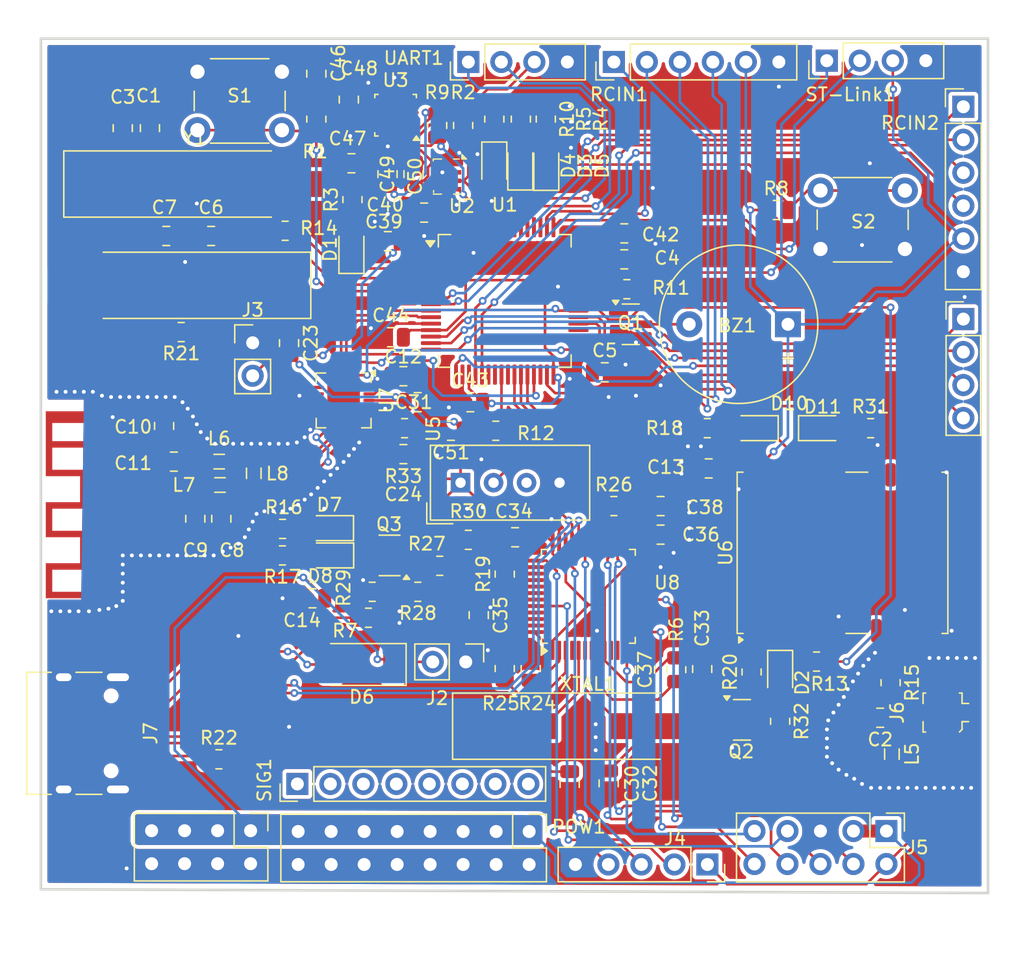
<source format=kicad_pcb>
(kicad_pcb (version 20241229) (generator "pcbnew") (generator_version "9.0")
  (layers (0 "F.Cu" signal) (2 "B.Cu" signal) (13 "F.Paste" user) (15 "B.Paste" user) (5 "F.SilkS" user "F.Silkscreen") (7 "B.SilkS" user "B.Silkscreen") (1 "F.Mask" user) (3 "B.Mask" user) (25 "Edge.Cuts" user))
  (net 0 "")
  (net 1 "GND")
  (net 2 "Net-(ANT1-SIG)")
  (net 3 "Net-(BZ1-+)")
  (net 4 "Net-(C2-Pad1)")
  (net 5 "Net-(U1-VCAP_2)")
  (net 6 "Net-(U1-VCAP_1)")
  (net 7 "Net-(U7-XC2)")
  (net 8 "Net-(U7-XC1)")
  (net 9 "VDD_PA")
  (net 10 "Net-(C11-Pad2)")
  (net 11 "Net-(U7-DVDD)")
  (net 12 "/stlink/XI")
  (net 13 "/stlink/X0")
  (net 14 "Net-(U8-NRST)")
  (net 15 "+3.3V")
  (net 16 "Net-(U3-REGOUT)")
  (net 17 "+5V")
  (net 18 "/stlink/SWCLK")
  (net 19 "/stlink/SWDIO")
  (net 20 "/stlink/BOOT0")
  (net 21 "/stlink/T_RX")
  (net 22 "/stlink/T_SWO")
  (net 23 "/stlink/T_SWCLK")
  (net 24 "/stlink/T_TX")
  (net 25 "/stlink/T_RESET")
  (net 26 "/stlink/T_DIO")
  (net 27 "Net-(U7-ANT1)")
  (net 28 "Net-(U7-ANT2)")
  (net 29 "TIM5_CH4")
  (net 30 "TIM5_CH1")
  (net 31 "TIM5_CH3")
  (net 32 "TIM5_CH2")
  (net 33 "Net-(Q1-B)")
  (net 34 "Net-(Q2-C)")
  (net 35 "Net-(Q2-B)")
  (net 36 "RESET")
  (net 37 "I2C1_SCL")
  (net 38 "Net-(D1-Pad2)")
  (net 39 "Net-(D5-Pad2)")
  (net 40 "Net-(D3-Pad2)")
  (net 41 "BOOT0")
  (net 42 "I2C1_SDA")
  (net 43 "Net-(D4-K)")
  (net 44 "Buzzer")
  (net 45 "DHT_DATA")
  (net 46 "GPS_RESET")
  (net 47 "/KABLOSUZ HABERLEŞME/VCC_RF")
  (net 48 "Net-(D7-Pad2)")
  (net 49 "Net-(D8-Pad2)")
  (net 50 "Net-(D10-Pad2)")
  (net 51 "Net-(U6-TIMEPULSE)")
  (net 52 "Net-(U8-PC13)")
  (net 53 "Net-(U8-PC14)")
  (net 54 "Net-(U8-PB12)")
  (net 55 "Net-(Q3-B)")
  (net 56 "/stlink/RENUM")
  (net 57 "D+")
  (net 58 "Net-(Q3-E)")
  (net 59 "Net-(D11-Pad2)")
  (net 60 "Net-(D2-Pad2)")
  (net 61 "Net-(U7-IREF)")
  (net 62 "TIM3_CH1")
  (net 63 "TIM2_CH1")
  (net 64 "TIM3_CH2")
  (net 65 "TIM2_CH2")
  (net 66 "ADC1_IN12")
  (net 67 "ADC1_IN10")
  (net 68 "ADC1_IN11")
  (net 69 "ADC1_IN13")
  (net 70 "PWM_7")
  (net 71 "PWM_2")
  (net 72 "PWM_3")
  (net 73 "PWM_0")
  (net 74 "PWM_5")
  (net 75 "PWM_6")
  (net 76 "PWM_4")
  (net 77 "PWM_1")
  (net 78 "SWDIO")
  (net 79 "SWCLK")
  (net 81 "SPI2_CE")
  (net 82 "UART4_TX")
  (net 83 "SPI2_CSN")
  (net 85 "USB_DM")
  (net 86 "UART6_RX")
  (net 90 "UART1_RX")
  (net 91 "LED_3")
  (net 93 "USB_DP")
  (net 94 "UART1_TX")
  (net 96 "SPI2_MOSI")
  (net 97 "UART4_RX")
  (net 99 "LED_PC13")
  (net 100 "SPI2_MISO")
  (net 101 "LED_2")
  (net 103 "USB_ID")
  (net 104 "LED_1")
  (net 105 "UART6_TX")
  (net 106 "SPI2_SCK")
  (net 121 "/KABLOSUZ HABERLEŞME/RF_IN")
  (net 145 "VBUS")
  (net 146 "Net-(J7-CC1)")
  (net 147 "Net-(J7-CC2)")
  (net 151 "D-")
  (net 152 "OSC_IN_16")
  (net 153 "OSC_OUT_16")
  (footprint "Crystal:Crystal_SMD_HC49-SD_HandSoldering" (layer "F.Cu") (at 191.1375 33)
    (property "Reference" "Y1")
    (property "Value" "16MHz")
    (property "VALUE" "" (hide yes))
  )
  (footprint "Resistor_SMD:R_0805_2012Metric" (layer "F.Cu") (at 214.2 28 90)
    (property "Reference" "R10")
    (property "Value" "470R")
    (property "VALUE" "" (hide yes))
  )
  (footprint "Connector_PinHeader_2.54mm:PinHeader_2x08_P2.54mm_Vertical" (layer "F.Cu") (at 216.88 82.86 -90)
    (property "Reference" "POW1")
    (property "Value" "Conn_02x08_Odd_Even")
    (property "VALUE" "" (hide yes))
  )
  (footprint "Connector_PinHeader_2.54mm:PinHeader_2x04_P2.54mm_Vertical" (layer "F.Cu") (at 195.44 82.8 -90)
    (property "Reference" "PWM_POW1" (hide yes))
    (property "Value" "Conn_02x04_Odd_Even")
    (property "VALUE" "" (hide yes))
  )
  (footprint "Capacitor_SMD:C_0805_2012Metric" (layer "F.Cu") (at 205.98 32.235 -90)
    (property "Reference" "C49")
    (property "Value" "100nF")
    (property "VALUE" "" (hide yes))
  )
  (footprint "Capacitor_SMD:C_0805_2012Metric" (layer "F.Cu") (at 220 79.2 90)
    (property "Reference" "C30")
    (property "Value" "18pF")
    (property "VALUE" "" (hide yes))
  )
  (footprint "Package_QFP:LQFP-48_7x7mm_P0.5mm" (layer "F.Cu") (at 221.4375 64.75 90)
    (property "Reference" "U8")
    (property "Value" "STM32F103CBTx")
    (property "VALUE" "" (hide yes))
  )
  (footprint "Capacitor_SMD:C_0805_2012Metric" (layer "F.Cu") (at 224.2 36.8 180)
    (property "Reference" "C42")
    (property "Value" "100nF")
    (property "VALUE" "" (hide yes))
  )
  (footprint "Capacitor_SMD:C_0805_2012Metric" (layer "F.Cu") (at 206 37.4)
    (property "Reference" "C39")
    (property "Value" "100nF")
    (property "VALUE" "" (hide yes))
  )
  (footprint "Inductor_SMD:L_0805_2012Metric" (layer "F.Cu") (at 193.084475 56.176895 180)
    (property "Reference" "L7")
    (property "Value" "2.7nH")
    (property "VALUE" "" (hide yes))
  )
  (footprint "Resistor_SMD:R_0805_2012Metric" (layer "F.Cu") (at 193 77.3)
    (property "Reference" "R22")
    (property "Value" "5.1k")
    (property "VALUE" "" (hide yes))
  )
  (footprint "LED_SMD:LED_0805_2012Metric_Pad1.15x1.40mm_HandSolder" (layer "F.Cu") (at 239.475 51.8)
    (property "Reference" "D11")
    (property "Value" "R/LH_R974-LP-1")
    (property "VALUE" "" (hide yes))
  )
  (footprint "Resistor_SMD:R_0805_2012Metric" (layer "F.Cu") (at 235.9 35)
    (property "Reference" "R8")
    (property "Value" "10k")
    (property "VALUE" "" (hide yes))
  )
  (footprint "Capacitor_SMD:C_0805_2012Metric" (layer "F.Cu") (at 188.784475 51.626895 -90)
    (property "Reference" "C10")
    (property "Value" "1pF")
    (property "VALUE" "" (hide yes))
  )
  (footprint "Resistor_SMD:R_0805_2012Metric" (layer "F.Cu") (at 216.24 28 90)
    (property "Reference" "R5")
    (property "Value" "470R")
    (property "VALUE" "" (hide yes))
  )
  (footprint "Capacitor_SMD:C_0805_2012Metric" (layer "F.Cu") (at 192.4 37 180)
    (property "Reference" "C6")
    (property "Value" "20pF")
    (property "VALUE" "" (hide yes))
  )
  (footprint "Connector_PinHeader_2.54mm:PinHeader_1x04_P2.54mm_Vertical" (layer "F.Cu") (at 239.79 23.5 90)
    (property "Reference" "ST-Link1")
    (property "Value" "Conn_01x04")
    (property "VALUE" "" (hide yes))
  )
  (footprint "Capacitor_SMD:C_0805_2012Metric" (layer "F.Cu") (at 189.534475 54.376895)
    (property "Reference" "C11")
    (property "Value" "1.5pF")
    (property "VALUE" "" (hide yes))
  )
  (footprint "Resistor_SMD:R_0805_2012Metric" (layer "F.Cu") (at 230.5875 51.8)
    (property "Reference" "R18")
    (property "Value" "470R")
    (property "VALUE" "" (hide yes))
  )
  (footprint "Package_LGA:Bosch_LGA-8_2x2.5mm_P0.65mm_ClockwisePinNumbering" (layer "F.Cu") (at 210.6 32.425 -90)
    (property "Reference" "U2")
    (property "Value" "BMP280")
    (property "VALUE" "" (hide yes))
  )
  (footprint "Inductor_SMD:L_0805_2012Metric" (layer "F.Cu") (at 193.021975 54.376895 180)
    (property "Reference" "L6")
    (property "Value" "3.9nH")
    (property "VALUE" "" (hide yes))
  )
  (footprint "Resistor_SMD:R_0805_2012Metric" (layer "F.Cu") (at 198.1 36.6 180)
    (property "Reference" "R14")
    (property "Value" "1M")
    (property "VALUE" "" (hide yes))
  )
  (footprint "LED_SMD:LED_0805_2012Metric_Pad1.15x1.40mm_HandSolder" (layer "F.Cu") (at 201.5125 61.6 180)
    (property "Reference" "D8")
    (property "Value" "LH_R974-LP-1")
    (property "VALUE" "" (hide yes))
  )
  (footprint "Capacitor_SMD:C_0805_2012Metric" (layer "F.Cu") (at 225.8 70.4 -90)
    (property "Reference" "C37")
    (property "Value" "100nF")
    (property "VALUE" "" (hide yes))
  )
  (footprint "Connector_PinHeader_2.54mm:PinHeader_1x06_P2.54mm_Vertical" (layer "F.Cu") (at 223.4 23.6 90)
    (property "Reference" "RCIN1")
    (property "Value" "Conn_01x06")
    (property "VALUE" "" (hide yes))
  )
  (footprint "Resistor_SMD:R_0805_2012Metric" (layer "F.Cu") (at 197.9 59.558897 180)
    (property "Reference" "R16")
    (property "Value" "470R")
    (property "VALUE" "" (hide yes))
  )
  (footprint "Connector_Coaxial:U.FL_Molex_MCRF_73412-0110_Vertical" (layer "F.Cu") (at 248.7 73.7 -90)
    (property "Reference" "J6")
    (property "Value" "U_FL-R-SMT_10_")
    (property "VALUE" "" (hide yes))
  )
  (footprint "RF_Antenna:Texas_SWRA117D_2.4GHz_Left" (layer "F.Cu") (at 184.825 53.05 90)
    (property "Reference" "ANT1" (hide yes))
    (property "Value" "SWRA117D")
    (property "VALUE" "" (hide yes))
  )
  (footprint "Capacitor_SMD:C_0805_2012Metric" (layer "F.Cu") (at 207.2 53.8 180)
    (property "Reference" "C24")
    (property "Value" "100nF")
    (property "VALUE" "" (hide yes))
  )
  (footprint "Package_QFP:LQFP-64_10x10mm_P0.5mm" (layer "F.Cu") (at 215 42)
    (property "Reference" "U1")
    (property "Value" "STM32F405RGTx")
    (property "VALUE" "" (hide yes))
  )
  (footprint "Resistor_SMD:R_0805_2012Metric" (layer "F.Cu") (at 210 62.4)
    (property "Reference" "R27")
    (property "Value" "100R")
    (property "VALUE" "" (hide yes))
  )
  (footprint "Capacitor_SMD:C_0805_2012Metric" (layer "F.Cu") (at 200.5 24.5 -90)
    (property "Reference" "C46")
    (property "Value" "10nF")
    (property "VALUE" "" (hide yes))
  )
  (footprint "Capacitor_SMD:C_0805_2012Metric" (layer "F.Cu") (at 208.3 49.8 180)
    (property "Reference" "C31")
    (property "Value" "100nF")
    (property "VALUE" "" (hide yes))
  )
  (footprint "Resistor_SMD:R_0805_2012Metric" (layer "F.Cu") (at 197.8875 61.6 180)
    (property "Reference" "R17")
    (property "Value" "1k")
    (property "VALUE" "" (hide yes))
  )
  (footprint "Package_DFN_QFN:QFN-20-1EP_4x4mm_P0.5mm_EP2.5x2.5mm" (layer "F.Cu") (at 202.6 49.6625 -90)
    (property "Reference" "U7")
    (property "Value" "NRF24L01")
    (property "VALUE" "" (hide yes))
  )
  (footprint "Crystal:Crystal_SMD_HC49-SD_HandSoldering" (layer "F.Cu") (at 221.0625 74.75)
    (property "Reference" "XTAL1")
    (property "Value" "NX3225GD-8MHZ-STD-CRA-3")
    (property "VALUE" "" (hide yes))
  )
  (footprint "Package_TO_SOT_SMD:SOT-23-3" (layer "F.Cu") (at 206.1375 61.6 180)
    (property "Reference" "Q3")
    (property "Value" "BC817-25-TP")
    (property "VALUE" "" (hide yes))
  )
  (footprint "Resistor_SMD:R_0805_2012Metric" (layer "F.Cu") (at 204.5125 66.4)
    (property "Reference" "R7")
    (property "Value" "5.1k")
    (property "VALUE" "" (hide yes))
  )
  (footprint "Sensor_Motion:InvenSense_QFN-24_3x3mm_P0.4mm" (layer "F.Cu") (at 206.6 27.7 180)
    (property "Reference" "U3")
    (property "Value" "MPU-9250")
    (property "VALUE" "" (hide yes))
  )
  (footprint "Capacitor_SMD:C_0805_2012Metric" (layer "F.Cu") (at 200.2 64.9 180)
    (property "Reference" "C14")
    (property "Value" "10nF")
    (property "VALUE" "" (hide yes))
  )
  (footprint "Crystal:Crystal_SMD_HC49-SD_HandSoldering" (layer "F.Cu") (at 190 40.8 180)
    (property "Reference" "Y2" (hide yes))
    (property "Value" "16MHz")
    (property "VALUE" "" (hide yes))
  )
  (footprint "Sensor:Aosong_DHT11_5.5x12.0_P2.54mm" (layer "F.Cu") (at 211.6 56 90)
    (property "Reference" "U5")
    (property "Value" "DHT11")
    (property "VALUE" "" (hide yes))
  )
  (footprint "Resistor_SMD:R_0805_2012Metric" (layer "F.Cu") (at 212.2 60.4)
    (property "Reference" "R30")
    (property "Value" "15K")
    (property "VALUE" "" (hide yes))
  )
  (footprint "Button_Switch_THT:SW_PUSH_6mm_H4.3mm" (layer "F.Cu") (at 191.35 24.35)
    (property "Reference" "S1")
    (property "Value" "KS-01Q-01_Obsolete")
    (property "VALUE" "" (hide yes))
  )
  (footprint "Capacitor_SMD:C_0805_2012Metric" (layer "F.Cu") (at 243.9 74.1 180)
    (property "Reference" "C2")
    (property "Value" "10uF")
    (property "VALUE" "" (hide yes))
  )
  (footprint "Capacitor_SMD:C_0805_2012Metric" (layer "F.Cu") (at 213 66.2 -90)
    (property "Reference" "C35")
    (property "Value" "100nF")
    (property "VALUE" "" (hide yes))
  )
  (footprint "Resistor_SMD:R_0805_2012Metric" (layer "F.Cu") (at 239 69.775 180)
    (property "Reference" "R13")
    (property "Value" "10k")
    (property "VALUE" "" (hide yes))
  )
  (footprint "Capacitor_SMD:C_0805_2012Metric" (layer "F.Cu") (at 212.35 49.8)
    (property "Reference" "C43")
    (property "Value" "100nF")
    (property "VALUE" "" (hide yes))
  )
  (footprint "Capacitor_SMD:C_0805_2012Metric" (layer "F.Cu") (at 227 60 180)
    (property "Reference" "C36")
    (property "Value" "100nF")
    (property "VALUE" "" (hide yes))
  )
  (footprint "Resistor_SMD:R_0805_2012Metric" (layer "F.Cu") (at 224.4 41.1)
    (property "Reference" "R11")
    (property "Value" "4.7k")
    (property "VALUE" "" (hide yes))
  )
  (footprint "Package_TO_SOT_SMD:SOT-23" (layer "F.Cu") (at 224.7 43.8)
    (property "Reference" "Q1")
    (property "Value" "Q_NPN_BEC")
    (property "VALUE" "" (hide yes))
  )
  (footprint "Connector_PinHeader_2.54mm:PinHeader_1x04_P2.54mm_Vertical" (layer "F.Cu") (at 212.2 23.6 90)
    (property "Reference" "UART1")
    (property "Value" "Conn_01x04")
    (property "VALUE" "" (hide yes))
  )
  (footprint "Resistor_SMD:R_0805_2012Metric" (layer "F.Cu") (at 215 70.3125 -90)
    (property "Reference" "R25")
    (property "Value" "10K")
    (property "VALUE" "" (hide yes))
  )
  (footprint "Capacitor_SMD:C_0805_2012Metric" (layer "F.Cu") (at 185.6 28.6954 90)
    (property "Reference" "C3")
    (property "Value" "20pF")
    (property "VALUE" "" (hide yes))
  )
  (footprint "Resistor_SMD:R_0805_2012Metric" (layer "F.Cu") (at 211.8 28.4875 -90)
    (property "Reference" "R2")
    (property "Value" "4.7k")
    (property "VALUE" "" (hide yes))
  )
  (footprint "Resistor_SMD:R_0805_2012Metric" (layer "F.Cu") (at 203.28 34.2 90)
    (property "Reference" "R3")
    (property "Value" "470R")
    (property "VALUE" "" (hide yes))
  )
  (footprint "Buzzer_Beeper:Buzzer_12x9.5RM7.6" (layer "F.Cu") (at 236.8 43.8 180)
    (property "Reference" "BZ1")
    (property "Value" "Buzzer")
    (property "VALUE" "" (hide yes))
  )
  (footprint "Connector_PinHeader_2.54mm:PinHeader_1x02_P2.54mm_Vertical" (layer "F.Cu") (at 212 69.8 -90)
    (property "Reference" "J2")
    (property "Value" "Conn_01x02")
    (property "VALUE" "" (hide yes))
  )
  (footprint "LED_SMD:LED_0805_2012Metric_Pad1.15x1.40mm_HandSolder" (layer "F.Cu") (at 236.2 70.775 -90)
    (property "Reference" "D2")
    (property "Value" "G/LTST-C171KGKT")
    (property "VALUE" "" (hide yes))
  )
  (footprint "Capacitor_SMD:C_0805_2012Metric" (layer "F.Cu") (at 187.6922 28.6954 90)
    (property "Reference" "C1")
    (property "Value" "20pF")
    (property "VALUE" "" (hide yes))
  )
  (footprint "Connector_PinHeader_2.54mm:PinHeader_2x05_P2.54mm_Vertical" (layer "F.Cu") (at 244.38 82.825 -90)
    (property "Reference" "J5")
    (property "Value" "Conn_02x05_Odd_Even")
    (property "VALUE" "" (hide yes))
  )
  (footprint "Resistor_SMD:R_0805_2012Metric" (layer "F.Cu") (at 214.3125 52 180)
    (property "Reference" "R12")
    (property "Value" "4.7k")
    (property "VALUE" "" (hide yes))
  )
  (footprint "Resistor_SMD:R_0805_2012Metric" (layer "F.Cu") (at 243.1625 51.8)
    (property "Reference" "R31")
    (property "Value" "470R")
    (property "VALUE" "" (hide yes))
  )
  (footprint "Capacitor_SMD:C_0805_2012Metric" (layer "F.Cu") (at 230.7 54.9)
    (property "Reference" "C13")
    (property "Value" "1uF")
    (property "VALUE" "" (hide yes))
  )
  (footprint "LED_SMD:LED_0805_2012Metric_Pad1.15x1.40mm_HandSolder" (layer "F.Cu") (at 234.1875 51.8 180)
    (property "Reference" "D10")
    (property "Value" "R/LH_R974-LP-1")
    (property "VALUE" "" (hide yes))
  )
  (footprint "Resistor_SMD:R_0805_2012Metric" (layer "F.Cu") (at 200.5 28 -90)
    (property "Reference" "R1")
    (property "Value" "10k")
    (property "VALUE" "" (hide yes))
  )
  (footprint "Connector_PinHeader_2.54mm:PinHeader_1x04_P2.54mm_Vertical" (layer "F.Cu") (at 250.3 43.4)
    (property "Reference" "PWM_SIG1" (hide yes))
    (property "Value" "Conn_01x04")
    (property "VALUE" "" (hide yes))
  )
  (footprint "Diode_SMD:D_MELF" (layer "F.Cu") (at 204 70 180)
    (property "Reference" "D6")
    (property "Value" "D_Schottky")
  )
  (footprint "Capacitor_SMD:C_0805_2012Metric" (layer "F.Cu") (at 210.86 52 180)
    (property "Reference" "C51")
    (property "Value" "100nF")
    (property "VALUE" "" (hide yes))
  )
  (footprint "LED_SMD:LED_0805_2012Metric_Pad1.15x1.40mm_HandSolder" (layer "F.Cu") (at 214.2 31.625 -90)
    (property "Reference" "D4")
    (property "Value" "R/LH_R974-LP-1")
    (property "VALUE" "" (hide yes))
  )
  (footprint "Capacitor_SMD:C_0805_2012Metric" (layer "F.Cu") (at 191.184475 58.776895 90)
    (property "Reference" "C9")
    (property "Value" "4.7pF")
    (property "VALUE" "" (hide yes))
  )
  (footprint "Capacitor_SMD:C_0805_2012Metric" (layer "F.Cu") (at 223 79.15 90)
    (property "Reference" "C32")
    (property "Value" "18pF")
    (property "VALUE" "" (hide yes))
  )
  (footprint "Capacitor_SMD:C_0805_2012Metric" (layer "F.Cu") (at 198.4 45.25 -90)
    (property "Reference" "C23")
    (property "Value" "100nF")
    (property "VALUE" "" (hide yes))
  )
  (footprint "LED_SMD:LED_0805_2012Metric_Pad1.15x1.40mm_HandSolder" (layer "F.Cu") (at 218.2 31.625 90)
    (property "Reference" "D5")
    (property "Value" "B/LTST-C170TBKT")
    (property "VALUE" "" (hide yes))
  )
  (footprint "Resistor_SMD:R_0805_2012Metric" (layer "F.Cu") (at 223.4 57.8)
    (property "Reference" "R26")
    (property "Value" "100R")
    (property "VALUE" "" (hide yes))
  )
  (footprint "Capacitor_SMD:C_0805_2012Metric" (layer "F.Cu") (at 203.2 31.4)
    (property "Reference" "C47")
    (property "Value" "100nF")
    (property "VALUE" "" (hide yes))
  )
  (footprint "RF_GPS:ublox_NEO" (layer "F.Cu") (at 241 61.4 90)
    (property "Reference" "U6")
    (property "Value" "NEO-8Q")
    (property "VALUE" "" (hide yes))
  )
  (footprint "Resistor_SMD:R_0805_2012Metric" (layer "F.Cu") (at 244.7 71.4 -90)
    (property "Reference" "R15")
    (property "Value" "10R")
    (property "VALUE" "" (hide yes))
  )
  (footprint "Resistor_SMD:R_0805_2012Metric" (layer "F.Cu") (at 236.2 74.375 -90)
    (property "Reference" "R32")
    (property "Value" "470R")
    (property "VALUE" "" (hide yes))
  )
  (footprint "Connector_USB:USB_C_Receptacle_HRO_TYPE-C-31-M-12" (layer "F.Cu") (at 182.1 75.3 -90)
    (property "Reference" "J7")
    (property "Value" "USB_C_Receptacle_USB2.0_14P")
    (property "VALUE" "" (hide yes))
  )
  (footprint "Button_Switch_THT:SW_PUSH_6mm_H4.3mm" (layer "F.Cu") (at 245.8 38 180)
    (property "Reference" "S2")
    (property "Value" "KS-01Q-01_Obsolete")
    (property "VALUE" "" (hide yes))
  )
  (footprint "Resistor_SMD:R_0805_2012Metric" (layer "F.Cu") (at 217 70.3125 -90)
    (property "Reference" "R24")
    (property "Value" "10K")
    (property "VALUE" "" (hide yes))
  )
  (footprint "Capacitor_SMD:C_0805_2012Metric" (layer "F.Cu") (at 206.25 44.8)
    (property "Reference" "C44")
    (property "Value" "100nF")
    (property "VALUE" "" (hide yes))
  )
  (footprint "Resistor_SMD:R_0805_2012Metric" (layer "F.Cu") (at 207.2875 51.8)
    (property "Reference" "R33")
    (property "Value" "22k")
    (property "VALUE" "" (hide yes))
  )
  (footprint "Resistor_SMD:R_0805_2012Metric" (layer "F.Cu") (at 215 63.0375 90)
    (property "Reference" "R19")
    (property "Value" "100K")
    (property "VALUE" "" (hide yes))
  )
  (footprint "Capacitor_SMD:C_0805_2012Metric" (layer "F.Cu") (at 230.2 70.35 -90)
    (property "Reference" "C33")
    (property "Value" "100nF")
    (property "VALUE" "" (hide yes))
  )
  (footprint "Capacitor_SMD:C_0805_2012Metric" (layer "F.Cu") (at 193.184475 58.776895 90)
    (property "Reference" "C8")
    (property "Value" "2.2nF")
    (property "VALUE" "" (hide yes))
  )
  (footprint "Resistor_SMD:R_0805_2012Metric" (layer "F.Cu") (at 190.1 44.4 180)
    (property "Reference" "R21")
    (property "Value" "470R")
    (property "VALUE" "" (hide yes))
  )
  (footprint "Resistor_SMD:R_0805_2012Metric" (layer "F.Cu") (at 218.16 28 90)
    (property "Reference" "R4")
    (property "Value" "470R")
    (property "VALUE" "" (hide yes))
  )
  (footprint "Resistor_SMD:R_0805_2012Metric" (layer "F.Cu") (at 208.3125 64.4 180)
    (property "Reference" "R28")
    (property "Value" "10K")
    (property "VALUE" "" (hide yes))
  )
  (footprint "Capacitor_SMD:C_0805_2012Metric" (layer "F.Cu") (at 215.8 60.2)
    (property "Reference" "C34")
    (property "Value" "100nF")
    (property "VALUE" "" (hide yes))
  )
  (footprint "Capacitor_SMD:C_0805_2012Metric" (layer "F.Cu") (at 227 57.8 180)
    (property "Reference" "C38")
    (property "Value" "100nF")
    (property "VALUE" "" (hide yes))
  )
  (footprint "LED_SMD:LED_0805_2012Metric_Pad1.15x1.40mm_HandSolder" (layer "F.Cu") (at 201.5 59.5 180)
    (property "Reference" "D7")
    (property "Value" "LH_R974-LP-1")
    (property "VALUE" "" (hide yes))
  )
  (footprint "Inductor_SMD:L_0805_2012Metric" (layer "F.Cu") (at 195.684475 55.276895 -90)
    (property "Reference" "L8")
    (property "Value" "8.2nH")
    (property "VALUE" "" (hide yes))
  )
  (footprint "Capacitor_SMD:C_0805_2012Metric" (layer "F.Cu") (at 224.2 38.8)
    (property "Reference" "C4")
    (property "Value" "2.2uF")
    (property "VALUE" "" (hide yes))
  )
  (footprint "Capacitor_SMD:C_0805_2012Metric" (layer "F.Cu") (at 208.8 35.2)
    (property "Reference" "C40")
    (property "Value" "100nF")
    (property "VALUE" "" (hide yes))
  )
  (footprint "Capacitor_SMD:C_0805_2012Metric" (layer "F.Cu") (at 207.2 47.8)
    (property "Reference" "C12")
    (property "Value" "33nF")
    (property "VALUE" "" (hide yes))
  )
  (footprint "Resistor_SMD:R_0805_2012Metric" (layer "F.Cu") (at 204.8 64.4 180)
    (property "Reference" "R29")
    (property "Value" "39K")
    (property "VALUE" "" (hide yes))
  )
  (footprint "LED_SMD:LED_0805_2012Metric_Pad1.15x1.40mm_HandSolder" (layer "F.Cu") (at 203.2 38.025 90)
    (property "Reference" "D1")
    (property "Value" "LH_R974-LP-1")
    (property "VALUE" "" (hide yes))
  )
  (footprint "Inductor_SMD:L_0805_2012Metric" (layer "F.Cu") (at 244.8 76.9 -90)
    (property "Reference" "L5")
    (property "Value" "27nH")
    (property "VALUE" "" (hide yes))
  )
  (footprint "Capacitor_SMD:C_0805_2012Metric" (layer "F.Cu") (at 207.98 32.235 -90)
    (property "Reference" "C50")
    (property "Value" "100nF")
    (property "VALUE" "" (hide yes))
  )
  (footprint "Resistor_SMD:R_0805_2012Metric" (layer "F.Cu") (at 234 70.575 90)
    (property "Reference" "R20")
    (property "Value" "4.7k")
    (property "VALUE" "" (hide yes))
  )
  (footprint "Connector_PinHeader_2.54mm:PinHeader_1x06_P2.54mm_Vertical" (layer "F.Cu") (at 250.3 27.05)
    (property "Reference" "RCIN2")
    (property "Value" "Conn_01x06")
    (property "VALUE" "" (hide yes))
  )
  (footprint "LED_SMD:LED_0805_2012Metric_Pad1.15x1.40mm_HandSolder" (layer "F.Cu") (at 216.2 31.6 90)
    (property "Reference" "D3")
    (property "Value" "B/LTST-C170TBKT")
    (property "VALUE" "" (hide yes))
  )
  (footprint "Connector_PinHeader_2.54mm:PinHeader_1x08_P2.54mm_Vertical" (layer "F.Cu") (at 199.04 79.2 90)
    (property "Reference" "SIG1")
    (property "Value" "Conn_01x08")
    (property "VALUE" "" (hide yes))
  )
  (footprint "Resistor_SMD:R_0805_2012Metric" (layer "F.Cu") (at 228.2 70.4 -90)
    (property "Reference" "R6")
    (property "Value" "100K")
    (property "VALUE" "" (hide yes))
  )
  (footprint "Capacitor_SMD:C_0805_2012Metric" (layer "F.Cu") (at 222.7 47.5)
    (property "Reference" "C5")
    (property "Value" "2.2uF")
    (property "VALUE" "" (hide yes))
  )
  (footprint "Capacitor_SMD:C_0805_2012Metric" (layer "F.Cu") (at 188.95 37)
    (property "Reference" "C7")
    (property "Value" "20pF")
    (property "VALUE" "" (hide yes))
  )
  (footprint "Resistor_SMD:R_0805_2012Metric" (layer "F.Cu") (at 209.8 28.4875 -90)
    (property "Reference" "R9")
    (property "Value" "4.7k")
    (property "VALUE" "" (hide yes))
  )
  (footprint "Package_TO_SOT_SMD:SOT-23" (layer "F.Cu") (at 233.2625 74.2625)
    (property "Reference" "Q2")
    (property "Value" "Q_NPN_BEC")
    (property "VALUE" "" (hide yes))
  )
  (footprint "Connector_PinSocket_2.54mm:PinSocket_1x05_P2.54mm_Vertical" (layer "F.Cu") (at 230.6 85.4 -90)
    (property "Reference" "J4")
    (property "Value" "Conn_01x05")
    (property "VALUE" "" (hide yes))
  )
  (footprint "Capacitor_SMD:C_0805_2012Metric" (layer "F.Cu") (at 203 26.5 90)
    (property "Reference" "C48")
    (property "Value" "100nF")
    (property "VALUE" "" (hide yes))
  )
  (footprint "Connector_PinHeader_2.54mm:PinHeader_1x02_P2.54mm_Vertical" (layer "F.Cu") (at 195.6 45.225)
    (property "Reference" "J3")
    (property "Value" "Conn_01x02")
    (property "VALUE" "" (hide yes))
  )
  (gr_line (start 207.1 39.5) (end 203 39.5) (stroke (width 0.2)) (layer "F.Cu") (net 99))
  (gr_poly (pts (xy 179.3 87.309176) (xy 179.3 87.309176) (xy 179.3 87.309176) (xy 179.3 87.309176) (xy 179.3 87.309176) (xy 252.2 87.6) (xy 252.2 21.8) (xy 179.3 21.8)) (stroke (width 0.2)) (fill no) (layer "Edge.Cuts"))
  (segment (start 198.4 44.3) (end 196.525 44.3) (width 0.2) (layer "F.Cu") (net 1))
  (segment (start 205.304326 25.2) (end 204.5 25.2) (width 0.2032) (layer "F.Cu") (net 1))
  (segment (start 196.525 44.3) (end 195.6 45.225) (width 0.2) (layer "F.Cu") (net 1))
  (segment (start 184.825 50.95) (end 188.51137 50.95) (width 0.2) (layer "F.Cu") (net 1))
  (segment (start 203.28 33.2875) (end 202.25 32.2575) (width 0.2) (layer "F.Cu") (net 1))
  (segment (start 212 69.8) (end 214.6 69.8) (width 0.2) (layer "F.Cu") (net 1))
  (segment (start 188.76137 50.7) (end 188.784475 50.676895) (width 0.2032) (layer "F.Cu") (net 1))
  (segment (start 211.75 49.45) (end 211.75 47.675) (width 0.2032) (layer "F.Cu") (net 1))
  (segment (start 206 25.895674) (end 205.304326 25.2) (width 0.2032) (layer "F.Cu") (net 1))
  (segment (start 202.25 30.15) (end 203.1 29.3) (width 0.2) (layer "F.Cu") (net 1))
  (segment (start 206 29.2) (end 206 30.1) (width 0.2032) (layer "F.Cu") (net 1))
  (segment (start 213.9 65.6) (end 214.4 65.6) (width 0.2032) (layer "F.Cu") (net 1))
  (segment (start 202.25 32.2575) (end 202.25 31.4) (width 0.2) (layer "F.Cu") (net 1))
  (segment (start 222.1875 68.9125) (end 222.1875 67.4875) (width 0.2032) (layer "F.Cu") (net 1))
  (segment (start 222.1875 67.4875) (end 222.1 67.4) (width 0.2032) (layer "F.Cu") (net 1))
  (segment (start 202.25 31.4) (end 202.25 30.15) (width 0.2) (layer "F.Cu") (net 1))
  (segment (start 211.4 49.8) (end 211.75 49.45) (width 0.2032) (layer "F.Cu") (net 1))
  (segment (start 219.1875 59.3875) (end 218.6 58.8) (width 0.2032) (layer "F.Cu") (net 1))
  (segment (start 211.75 36.325) (end 211.75 37.45) (width 0.2032) (layer "F.Cu") (net 1))
  (segment (start 211.75 37.45) (end 212.6 38.3) (width 0.2032) (layer "F.Cu") (net 1))
  (segment (start 199.5625 49.6625) (end 199.2 49.3) (width 0.2032) (layer "F.Cu") (net 1))
  (segment (start 203 29.2) (end 203.1 29.3) (width 0.2) (layer "F.Cu") (net 1))
  (segment (start 214.4 65.6) (end 215.8 67) (width 0.2032) (layer "F.Cu") (net 1))
  (segment (start 203 27.45) (end 203 29.2) (width 0.2) (layer "F.Cu") (net 1))
  (segment (start 206.8 25.1) (end 206.5 24.8) (width 0.2032) (layer "F.Cu") (net 1))
  (segment (start 215.8 67) (end 217.275 67) (width 0.2032) (layer "F.Cu") (net 1))
  (segment (start 203.1 29.3) (end 203.7 29.3) (width 0.2032) (layer "F.Cu") (net 1))
  (segment (start 219.1875 60.5875) (end 219.1875 59.3875) (width 0.2032) (layer "F.Cu") (net 1))
  (segment (start 214.6 69.8) (end 215 69.4) (width 0.2) (layer "F.Cu") (net 1))
  (segment (start 203.7 29.3) (end 204.3 28.7) (width 0.2032) (layer "F.Cu") (net 1))
  (segment (start 206.8 26.2) (end 206.8 25.1) (width 0.2032) (layer "F.Cu") (net 1))
  (segment (start 188.51137 50.95) (end 188.784475 50.676895) (width 0.2) (layer "F.Cu") (net 1))
  (segment (start 206 26.2) (end 206 25.895674) (width 0.2032) (layer "F.Cu") (net 1))
  (segment (start 225.6 62.5) (end 227 62.5) (width 0.2032) (layer "F.Cu") (net 1))
  (segment (start 205.6625 50.1625) (end 205.8 50.3) (width 0.2032) (layer "F.Cu") (net 1))
  (segment (start 204.3 28.7) (end 205.1 28.7) (width 0.2032) (layer "F.Cu") (net 1))
  (segment (start 203.1 52.5) (end 203.5 52.9) (width 0.2032) (layer "F.Cu") (net 1))
  (segment (start 200.6625 49.6625) (end 199.5625 49.6625) (width 0.2032) (layer "F.Cu") (net 1))
  (segment (start 209.325 43.75) (end 206.35 43.75) (width 0.2) (layer "F.Cu") (net 1))
  (segment (start 203.5 52.9) (end 203.8 52.9) (width 0.2032) (layer "F.Cu") (net 1))
  (segment (start 217 69.4) (end 215 69.4) (width 0.2) (layer "F.Cu") (net 1))
  (segment (start 204.5375 50.1625) (end 205.6625 50.1625) (width 0.2032) (layer "F.Cu") (net 1))
  (segment (start 206.35 43.75) (end 205.3 44.8) (width 0.2) (layer "F.Cu") (net 1))
  (segment (start 203.1 51.6) (end 203.1 52.5) (width 0.2032) (layer "F.Cu") (net 1))
  (via (at 201.6 55.4) (size 0.6) (drill 0.3) (layers "F.Cu" "B.Cu") (net 1))
  (via (at 222 76.6) (size 0.6) (drill 0.3) (layers "F.Cu" "B.Cu") (net 1))
  (via (at 248.1 79.5) (size 0.6) (drill 0.3) (layers "F.Cu" "B.Cu") (net 1))
  (via (at 192.6 61.6) (size 0.6) (drill 0.3) (layers "F.Cu" "B.Cu") (net 1))
  (via (at 249.4 67.4) (size 0.6) (drill 0.3) (layers "F.Cu" "B.Cu") (net 1))
  (via (at 198.4 74.8) (size 0.6) (drill 0.3) (layers "F.Cu" "B.Cu") (net 1))
  (via (at 184 49.3) (size 0.6) (drill 0.3) (layers "F.Cu" "B.Cu") (net 1))
  (via (at 241.1 72.5) (size 0.6) (drill 0.3) (layers "F.Cu" "B.Cu") (net 1))
  (via (at 194.5 60.7) (size 0.6) (drill 0.3) (layers "F.Cu" "B.Cu") (net 1))
  (via (at 243.1 31.4) (size 0.6) (drill 0.3) (layers "F.Cu" "B.Cu") (net 1))
  (via (at 229.2 58.3) (size 0.6) (drill 0.3) (layers "F.Cu" "B.Cu") (net 1))
  (via (at 185.6 61.6) (size 0.6) (drill 0.3) (layers "F.Cu" "B.Cu") (net 1))
  (via (at 194.1 53) (size 0.6) (drill 0.3) (layers "F.Cu" "B.Cu") (net 1))
  (via (at 249.8 69.5) (size 0.6) (drill 0.3) (layers "F.Cu" "B.Cu") (net 1))
  (via (at 189.8 61.6) (size 0.6) (drill 0.3) (layers "F.Cu" "B.Cu") (net 1))
  (via (at 204.5 25.2) (size 0.6) (drill 0.3) (layers "F.Cu" "B.Cu") (net 1))
  (via (at 229.2 57.5) (size 0.6) (drill 0.3) (layers "F.Cu" "B.Cu") (net 1))
  (via (at 195.3 59.6) (size 0.6) (drill 0.3) (layers "F.Cu" "B.Cu") (net 1))
  (via (at 191.9 61.6) (size 0.6) (drill 0.3) (layers "F.Cu" "B.Cu") (net 1))
  (via (at 211.3 34.6) (size 0.6) (drill 0.3) (layers "F.Cu" "B.Cu") (net 1))
  (via (at 244.6 79.5) (size 0.6) (drill 0.3) (layers "F.Cu" "B.Cu") (net 1))
  (via (at 241.3 78.5) (size 0.6) (drill 0.3) (layers "F.Cu" "B.Cu") (net 1))
  (via (at 196.9 53) (size 0.6) (drill 0.3) (layers "F.Cu" "B.Cu") (net 1))
  (via (at 213.7 68.9) (size 0.6) (drill 0.3) (layers "F.Cu" "B.Cu") (net 1))
  (via (at 249.5 79.5) (size 0.6) (drill 0.3) (layers "F.Cu" "B.Cu") (net 1))
  (via (at 188.9 49.4) (size 0.6) (drill 0.3) (layers "F.Cu" "B.Cu") (net 1))
  (via (at 200.1 56.9) (size 0.6) (drill 0.3) (layers "F.Cu" "B.Cu") (net 1))
  (via (at 209.8 53.9) (size 0.6) (drill 0.3) (layers "F.Cu" "B.Cu") (net 1))
  (via (at 240.7 78.1) (size 0.6) (drill 0.3) (layers "F.Cu" "B.Cu") (net 1))
  (via (at 230.1 53.2) (size 0.6) (drill 0.3) (layers "F.Cu" "B.Cu") (net 1))
  (via (at 185.6 63.7) (size 0.6) (drill 0.3) (layers "F.Cu" "B.Cu") (net 1))
  (via (at 212.9 30.7) (size 0.6) (drill 0.3) (layers "F.Cu" "B.Cu") (net 1))
  (via (at 243 69.6) (size 0.6) (drill 0.3) (layers "F.Cu" "B.Cu") (net 1))
  (via (at 203.1 29.3) (size 0.6) (drill 0.3) (layers "F.Cu" "B.Cu") (net 1))
  (via (at 220 27) (size 0.6) (drill 0.3) (layers "F.Cu" "B.Cu") (net 1))
  (via (at 228 61.4) (size 0.6) (drill 0.3) (layers "F.Cu" "B.Cu") (net 1))
  (via (at 240.7 66.3) (size 0.6) (drill 0.3) (layers "F.Cu" "B.Cu") (net 1))
  (via (at 181.2 49) (size 0.6) (drill 0.3) (layers "F.Cu" "B.Cu") (net 1))
  (via (at 194.8 53) (size 0.6) (drill 0.3) (layers "F.Cu" "B.Cu") (net 1))
  (via (at 239.8 77.1) (size 0.6) (drill 0.3) (layers "F.Cu" "B.Cu") (net 1))
  (via (at 203.4 53.4) (size 0.6) (drill 0.3) (layers "F.Cu" "B.Cu") (net 1))
  (via (at 221.4 28.3) (size 0.6) (drill 0.3) (layers "F.Cu" "B.Cu") (net 1))
  (via (at 228.5 51.5) (size 0.6) (drill 0.3) (layers "F.Cu" "B.Cu") (net 1))
  (via (at 245.3 79.5) (size 0.6) (drill 0.3) (layers "F.Cu" "B.Cu") (net 1))
  (via (at 224.3 46.9) (size 0.6) (drill 0.3) (layers "F.Cu" "B.Cu") (net 1))
  (via (at 243.7 53.1) (size 0.6) (drill 0.3) (layers "F.Cu" "B.Cu") (net 1))
  (via (at 213.3 57.9) (size 0.6) (drill 0.3) (layers "F.Cu" "B.Cu") (net 1))
  (via (at 239.8 76.4) (size 0.6) (drill 0.3) (layers "F.Cu" "B.Cu") (net 1))
  (via (at 204.7 44.1) (size 0.6) (drill 0.3) (layers "F.Cu" "B.Cu") (net 1))
  (via (at 197.9 64.9) (size 0.6) (drill 0.3) (layers "F.Cu" "B.Cu") (net 1))
  (via (at 229.2 60.4) (size 0.6) (drill 0.3) (layers "F.Cu" "B.Cu") (net 1))
  (via (at 247.7 69.5) (size 0.6) (drill 0.3) (layers "F.Cu" "B.Cu") (net 1))
  (via (at 249 55.2) (size 0.6) (drill 0.3) (layers "F.Cu" "B.Cu") (net 1))
  (via (at 191.3 51.5) (size 0.6) (drill 0.3) (layers "F.Cu" "B.Cu") (net 1))
  (via (at 212.6 38.3) (size 0.6) (drill 0.3) (layers "F.Cu" "B.Cu") (net 1))
  (via (at 193.9 61) (size 0.6) (drill 0.3) (layers "F.Cu" "B.Cu") (net 1))
  (via (at 239.8 75) (size 0.6) (drill 0.3) (layers "F.Cu" "B.Cu") (net 1))
  (via (at 199.2 49.3) (size 0.6) (drill 0.3) (layers "F.Cu" "B.Cu") (net 1))
  (via (at 184.7 49.4) (size 0.6) (drill 0.3) (layers "F.Cu" "B.Cu") (net 1))
  (via (at 208.8 37) (size 0.6) (drill 0.3) (layers "F.Cu" "B.Cu") (net 1))
  (via (at 241.9 78.8) (size 0.6) (drill 0.3) (layers "F.Cu" "B.Cu") (net 1))
  (via (at 247.4 79.5) (size 0.6) (drill 0.3) (layers "F.Cu" "B.Cu") (net 1))
  (via (at 220.1 28.2) (size 0.6) (drill 0.3) (layers "F.Cu" "B.Cu") (net 1))
  (via (at 184.5 65.7) (size 0.6) (drill 0.3) (layers "F.Cu" "B.Cu") (net 1))
  (via (at 214 34.3) (size 0.6) (drill 0.3) (layers "F.Cu" "B.Cu") (net 1))
  (via (at 206 30.1) (size 0.6) (drill 0.3) (layers "F.Cu" "B.Cu") (net 1))
  (via (at 181.5 65.9) (size 0.6) (drill 0.3) (layers "F.Cu" "B.Cu") (net 1))
  (via (at 197.2 58.2) (size 0.6) (drill 0.3) (layers "F.Cu" "B.Cu") (net 1))
  (via (at 220.1 30.2) (size 0.6) (drill 0.3) (layers "F.Cu" "B.Cu") (net 1))
  (via (at 198.3 53) (size 0.6) (drill 0.3) (layers "F.Cu" "B.Cu") (net 1))
  (via (at 205.8 50.3) (size 0.6) (drill 0.3) (layers "F.Cu" "B.Cu") (net 1))
  (via (at 222 74.6) (size 0.6) (drill 0.3) (layers "F.Cu" "B.Cu") (net 1))
  (via (at 232.5 76.4) (size 0.6) (drill 0.3) (layers "F.Cu" "B.Cu") (net 1))
  (via (at 228.6 55.3) (size 0.6) (drill 0.3) (layers "F.Cu" "B.Cu") (net 1))
  (via (at 200.6 56.4) (size 0.6) (drill 0.3) (layers "F.Cu" "B.Cu") (net 1))
  (via (at 193.4 53) (size 0.6) (drill 0.3) (layers "F.Cu" "B.Cu") (net 1))
  (via (at 194.5 67.8) (size 0.6) (drill 0.3) (layers "F.Cu" "B.Cu") (net 1))
  (via (at 195 60.2) (size 0.6) (drill 0.3) (layers "F.Cu" "B.Cu") (net 1))
  (via (at 185.4 49.4) (size 0.6) (drill 0.3) (layers "F.Cu" "B.Cu") (net 1))
  (via (at 195.5 53) (size 0.6) (drill 0.3) (layers "F.Cu" "B.Cu") (net 1))
  (via (at 199.6 52.5) (size 0.6) (drill 0.3) (layers "F.Cu" "B.Cu") (net 1))
  (via (at 201.1 55.9) (size 0.6) (drill 0.3) (layers "F.Cu" "B.Cu") (net 1))
  (via (at 180.8 65.9) (size 0.6) (drill 0.3) (layers "F.Cu" "B.Cu") (net 1))
  (via (at 250.9 79.5) (size 0.6) (drill 0.3) (layers "F.Cu" "B.Cu") (net 1))
  (via (at 229.1 53.2) (size 0.6) (drill 0.3) (layers "F.Cu" "B.Cu") (net 1))
  (via (at 200.031477 51.914347) (size 0.6) (drill 0.3) (layers "F.Cu" "B.Cu") (net 1))
  (via (at 250.2 79.5) (size 0.6) (drill 0.3) (layers "F.Cu" "B.Cu") (net 1))
  (via (at 201.1 58) (size 0.6) (drill 0.3) (layers "F.Cu" "B.Cu") (net 1))
  (via (at 250.4 41.7) (size 0.6) (drill 0.3) (layers "F.Cu" "B.Cu") (net 1))
  (via (at 243.9 50.5) (size 0.6) (drill 0.3) (layers "F.Cu" "B.Cu") (net 1))
  (via (at 197.9 58.2) (size 0.6) (drill 0.3) (layers "F.Cu" "B.Cu") (net 1))
  (via (at 191 50.9) (size 0.6) (drill 0.3) (layers "F.Cu" "B.Cu") (net 1))
  (via (at 189.6 49.4) (size 0.6) (drill 0.3) (layers "F.Cu" "B.Cu") (net 1))
  (via (at 190.6 50.3) (size 0.6) (drill 0.3) (layers "F.Cu" "B.Cu") (net 1))
  (via (at 250.5 69.5) (size 0.6) (drill 0.3) (layers "F.Cu" "B.Cu") (net 1))
  (via (at 202.1 54.9) (size 0.6) (drill 0.3) (layers "F.Cu" "B.Cu") (net 1))
  (via (at 199.6 57.3) (size 0.6) (drill 0.3) (layers "F.Cu" "B.Cu") (net 1))
  (via (at 190.2 49.8) (size 0.6) (drill 0.3) (layers "F.Cu" "B.Cu") (net 1))
  (via (at 206.9 65.9) (size 0.6) (drill 0.3) (layers "F.Cu" "B.Cu") (net 1))
  (via (at 248.8 79.5) (size 0.6) (drill 0.3) (layers "F.Cu" "B.Cu") (net 1))
  (via (at 189.1 61.6) (size 0.6) (drill 0.3) (layers "F.Cu" "B.Cu") (net 1))
  (via (at 246 79.5) (size 0.6) (drill 0.3) (layers "F.Cu" "B.Cu") (net 1))
  (via (at 180.1 65.9) (size 0.6) (drill 0.3) (layers "F.Cu" "B.Cu") (net 1))
  (via (at 196.2 53) (size 0.6) (drill 0.3) (layers "F.Cu" "B.Cu") (net 1))
  (via (at 239.9 74.3) (size 0.6) (drill 0.3) (layers "F.Cu" "B.Cu") (net 1))
  (via (at 182.2 65.9) (size 0.6) (drill 0.3) (layers "F.Cu" "B.Cu") (net 1))
  (via (at 240.7 73.1) (size 0.6) (drill 0.3) (layers "F.Cu" "B.Cu") (net 1))
  (via (at 240.2 77.6) (size 0.6) (drill 0.3) (layers "F.Cu" "B.Cu") (net 1))
  (via (at 193.3 61.3) (size 0.6) (drill 0.3) (layers "F.Cu" "B.Cu") (net 1))
  (via (at 225.1 45.2) (size 0.6) (drill 0.3) (layers "F.Cu" "B.Cu") (net 1))
  (via (at 191.3 34.5) (size 0.6) (drill 0.3) (layers "F.Cu" "B.Cu") (net 1))
  (via (at 242.6 70.1) (size 0.6) (drill 0.3) (layers "F.Cu" "B.Cu") (net 1))
  (via (at 190.5 61.6) (size 0.6) (drill 0.3) (layers "F.Cu" "B.Cu") (net 1))
  (via (at 190.4 39) (size 0.6) (drill 0.3) (layers "F.Cu" "B.Cu") (net 1))
  (via (at 188.2 49.4) (size 0.6) (drill 0.3) (layers "F.Cu" "B.Cu") (net 1))
  (via (at 186.1 49.4) (size 0.6) (drill 0.3) (layers "F.Cu" "B.Cu") (net 1))
  (via (at 197.6 53) (size 0.6) (drill 0.3) (layers "F.Cu" "B.Cu") (net 1))
  (via (at 240.3 73.7) (size 0.6) (drill 0.3) (layers "F.Cu" "B.Cu") (net 1))
  (via (at 213.9 65.6) (size 0.6) (drill 0.3) (layers "F.Cu" "B.Cu") (net 1))
  (via (at 228.5 52.2) (size 0.6) (drill 0.3) (layers "F.Cu" "B.Cu") (net 1))
  (via (at 242.5 37.7) (size 0.6) (drill 0.3) (layers "F.Cu" "B.Cu") (net 1))
  (via (at 248.4 69.5) (size 0.6) (drill 0.3) (layers "F.Cu" "B.Cu") (net 1))
  (via (at 196.5 58.2) (size 0.6) (drill 0.3) (layers "F.Cu" "B.Cu") (net 1))
  (via (at 239.8 75.7) (size 0.6) (drill 0.3) (layers "F.Cu" "B.Cu") (net 1))
  (via (at 186.3 61.6) (size 0.6) (drill 0.3) (layers "F.Cu" "B.Cu") (net 1))
  (via (at 205 35.9) (size 0.6) (drill 0.3) (layers "F.Cu" "B.Cu") (net 1))
  (via (at 185.6 62.3) (size 0.6) (drill 0.3) (layers "F.Cu" "B.Cu") (net 1))
  (via (at 243.5 69.1) (size 0.6) (drill 0.3) (layers "F.Cu" "B.Cu") (net 1))
  (via (at 185.6 65.1) (size 0.6) (drill 0.3) (layers "F.Cu" "B.Cu") (net 1))
  (via (at 192.1 52.6) (size 0.6) (drill 0.3) (layers "F.Cu" "B.Cu") (net 1))
  (via (at 183 65.9) (size 0.6) (drill 0.3) (layers "F.Cu" "B.Cu") (net 1))
  (via (at 246.7 79.5) (size 0.6) (drill 0.3) (layers "F.Cu" "B.Cu") (net 1))
  (via (at 185.6 63) (size 0.6) (drill 0.3) (layers "F.Cu" "B.Cu") (net 1))
  (via (at 195.6 59) (size 0.6) (drill 0.3) (layers "F.Cu" "B.Cu") (net 1))
  (via (at 249.1 69.5) (size 0.6) (drill 0.3) (layers "F.Cu" "B.Cu") (net 1))
  (via (at 210.2 32.1) (size 0.6) (drill 0.3) (layers "F.Cu" "B.Cu") (net 1))
  (via (at 222.1 67.4) (size 0.6) (drill 0.3) (layers "F.Cu" "B.Cu") (net 1))
  (via (at 187.7 61.6) (size 0.6) (drill 0.3) (layers "F.Cu" "B.Cu") (net 1))
  (via (at 225.1 49.3) (size 0.6) (drill 0.3) (layers "F.Cu" "B.Cu") (net 1))
  (via (at 243.2 79.5) (size 0.6) (drill 0.3) (layers "F.Cu" "B.Cu") (net 1))
  (via (at 192.7 53) (size 0.6) (drill 0.3) (layers "F.Cu" "B.Cu") (net 1))
  (via (at 227 48.5) (size 0.6) (drill 0.3) (layers "F.Cu" "B.Cu") (net 1))
  (via (at 198.5 58) (size 0.6) (drill 0.3) (layers "F.Cu" "B.Cu") (net 1))
  (via (at 203 53.9) (size 0.6) (drill 0.3) (layers "F.Cu" "B.Cu") (net 1))
  (via (at 185.6 64.4) (size 0.6) (drill 0.3) (layers "F.Cu" "B.Cu") (net 1))
  (via (at 226.4 33.3) (size 0.6) (drill 0.3) (layers "F.Cu" "B.Cu") (net 1))
  (via (at 223 49.4) (size 0.6) (drill 0.3) (layers "F.Cu" "B.Cu") (net 1))
  (via (at 185.1 65.5) (size 0.6) (drill 0.3) (layers "F.Cu" "B.Cu") (net 1))
  (via (at 202.6 54.4) (size 0.6) (drill 0.3) (layers "F.Cu" "B.Cu") (net 1))
  (via (at 210.7 50.2) (size 0.6) (drill 0.3) (layers "F.Cu" "B.Cu") (net 1))
  (via (at 241.4 71.9) (size 0.6) (drill 0.3) (layers "F.Cu" "B.Cu") (net 1))
  (via (at 206.5 24.8) (size 0.6) (drill 0.3) (layers "F.Cu" "B.Cu") (net 1))
  (via (at 241.8 71.3) (size 0.6) (drill 0.3) (layers "F.Cu" "B.Cu") (net 1))
  (via (at 243.9 79.5) (size 0.6) (drill 0.3) (layers "F.Cu" "B.Cu") (net 1))
  (via (at 206 35.3) (size 0.6) (drill 0.3) (layers "F.Cu" "B.Cu") (net 1))
  (via (at 245.8 65.8) (size 0.6) (drill 0.3) (layers "F.Cu" "B.Cu") (net 1))
  (via (at 236.1 25.5) (size 0.6) (drill 0.3) (layers "F.Cu" "B.Cu") (net 1))
  (via (at 191.2 61.6) (size 0.6) (drill 0.3) (layers "F.Cu" "B.Cu") (net 1))
  (via (at 183.8 65.8) (size 0.6) (drill 0.3) (layers "F.Cu" "B.Cu") (net 1))
  (via (at 183.3 49) (size 0.6) (drill 0.3) (layers "F.Cu" "B.Cu") (net 1))
  (via (at 220 48) (size 0.6) (drill 0.3) (layers "F.Cu" "B.Cu") (net 1))
  (via (at 187.5 49.4) (size 0.6) (drill 0.3) (layers "F.Cu" "B.Cu") (net 1))
  (via (at 181.9 49) (size 0.6) (drill 0.3) (layers "F.Cu" "B.Cu") (net 1))
  (via (at 191.6 52.1) (size 0.6) (drill 0.3) (layers "F.Cu" "B.Cu") (net 1))
  (via (at 211.5 30.6) (size 0.6) (drill 0.3) (layers "F.Cu" "B.Cu") (net 1))
  (via (at 186.8 49.4) (size 0.6) (drill 0.3) (layers "F.Cu" "B.Cu") (net 1))
  (via (at 180.5 49) (size 0.6) (drill 0.3) (layers "F.Cu" "B.Cu") (net 1))
  (via (at 182.6 49) (size 0.6) (drill 0.3) (layers "F.Cu" "B.Cu") (net 1))
  (via (at 219.1 40.9) (size 0.6) (drill 0.3) (layers "F.Cu" "B.Cu") (net 1))
  (via (at 204.1 63.5) (size 0.6) (drill 0.3) (layers "F.Cu" "B.Cu") (net 1))
  (via (at 185.9 85.7) (size 0.6) (drill 0.3) (layers "F.Cu" "B.Cu") (net 1))
  (via (at 195.9 58.4) (size 0.6) (drill 0.3) (layers "F.Cu" "B.Cu") (net 1))
  (via (at 199 52.9) (size 0.6) (drill 0.3) (layers "F.Cu" "B.Cu") (net 1))
  (via (at 226.6 37.6) (size 0.6) (drill 0.3) (layers "F.Cu" "B.Cu") (net 1))
  (via (at 205.2 48) (size 0.6) (drill 0.3) (layers "F.Cu" "B.Cu") (net 1))
  (via (at 188.4 61.6) (size 0.6) (drill 0.3) (layers "F.Cu" "B.Cu") (net 1))
  (via (at 206.9 66.8) (size 0.6) (drill 0.3) (layers "F.Cu" "B.Cu") (net 1))
  (via (at 233 56.5) (size 0.6) (drill 0.3) (layers "F.Cu" "B.Cu") (net 1))
  (via (at 222 75.6) (size 0.6) (drill 0.3) (layers "F.Cu" "B.Cu") (net 1))
  (via (at 227 62.5) (size 0.6) (drill 0.3) (layers "F.Cu" "B.Cu") (net 1))
  (via (at 242.5 79.2) (size 0.6) (drill 0.3) (layers "F.Cu" "B.Cu") (net 1))
  (via (at 199.1 57.7) (size 0.6) (drill 0.3) (layers "F.Cu" "B.Cu") (net 1))
  (via (at 251.2 69.5) (size 0.6) (drill 0.3) (layers "F.Cu" "B.Cu") (net 1))
  (via (at 187 61.6) (size 0.6) (drill 0.3) (layers "F.Cu" "B.Cu") (net 1))
  (via (at 203.8 52.9) (size 0.6) (drill 0.3) (layers "F.Cu" "B.Cu") (net 1))
  (via (at 212.1 58) (size 0.6) (drill 0.3) (layers "F.Cu" "B.Cu") (net 1))
  (via (at 218.6 58.8) (size 0.6) (drill 0.3) (layers "F.Cu" "B.Cu") (net 1))
  (via (at 228.6 54.4) (size 0.6) (drill 0.3) (layers "F.Cu" "B.Cu") (net 1))
  (via (at 242.2 70.7) (size 0.6) (drill 0.3) (layers "F.Cu" "B.Cu") (net 1))
  (via (at 229.2 59.5) (size 0.6) (drill 0.3) (layers "F.Cu" "B.Cu") (net 1))
  (via (at 213.2 54.2) (size 0.6) (drill 0.3) (layers "F.Cu" "B.Cu") (net 1))
  (segment (start 188.784475 52.576895) (end 188.730685 52.630685) (width 0.2032) (layer "F.Cu") (net 2))
  (segment (start 184.875 53) (end 184.825 53.05) (width 0.2032) (layer "F.Cu") (net 2))
  (segment (start 188.36137 53) (end 184.875 53) (width 0.2032) (layer "F.Cu") (net 2))
  (segment (start 188.784475 52.576895) (end 188.36137 53) (width 0.2032) (layer "F.Cu") (net 2))
  (segment (start 188.584475 54.376895) (end 188.584475 52.776895) (width 0.2032) (layer "F.Cu") (net 2))
  (segment (start 188.584475 52.776895) (end 188.784475 52.576895) (width 0.2032) (layer "F.Cu") (net 2))
  (segment (start 225.6375 43.8) (end 229.2 43.8) (width 0.2032) (layer "F.Cu") (net 3))
  (segment (start 244.85 74.1) (end 244.9 74.15) (width 0.2) (layer "F.Cu") (net 4))
  (segment (start 244.7 73.95) (end 244.7 72.3125) (width 0.2) (layer "F.Cu") (net 4))
  (segment (start 244.9 75.7375) (end 244.8 75.8375) (width 0.2) (layer "F.Cu") (net 4))
  (segment (start 244.9 74.15) (end 244.9 75.7375) (width 0.2) (layer "F.Cu") (net 4))
  (segment (start 244.85 74.1) (end 244.7 73.95) (width 0.2) (layer "F.Cu") (net 4))
  (segment (start 223.25 38.8) (end 220.725 38.8) (width 0.2032) (layer "F.Cu") (net 5))
  (segment (start 220.725 38.8) (end 220.675 38.75) (width 0.2032) (layer "F.Cu") (net 5))
  (segment (start 220.15 49.1) (end 221.75 47.5) (width 0.2032) (layer "F.Cu") (net 6))
  (segment (start 218.25 48.471944) (end 218.878056 49.1) (width 0.2032) (layer "F.Cu") (net 6))
  (segment (start 218.878056 49.1) (end 220.15 49.1) (width 0.2032) (layer "F.Cu") (net 6))
  (segment (start 218.25 47.675) (end 218.25 48.471944) (width 0.2032) (layer "F.Cu") (net 6))
  (segment (start 193.4 40.8) (end 195.9375 40.8) (width 0.2032) (layer "F.Cu") (net 7))
  (segment (start 193.35 37) (end 193.35 38.2125) (width 0.2032) (layer "F.Cu") (net 7))
  (segment (start 200.6625 50.1625) (end 194.5625 50.1625) (width 0.2032) (layer "F.Cu") (net 7))
  (segment (start 193.35 38.2125) (end 195.9375 40.8) (width 0.2032) (layer "F.Cu") (net 7))
  (segment (start 191.0125 46.6125) (end 191.0125 44.4) (width 0.2032) (layer "F.Cu") (net 7))
  (segment (start 194.5625 50.1625) (end 191.0125 46.6125) (width 0.2032) (layer "F.Cu") (net 7))
  (segment (start 191.0125 44.4) (end 191.0125 43.1875) (width 0.2032) (layer "F.Cu") (net 7))
  (segment (start 191.0125 43.1875) (end 193.4 40.8) (width 0.2032) (layer "F.Cu") (net 7))
  (segment (start 189.1875 45.286152) (end 194.563848 50.6625) (width 0.2) (layer "F.Cu") (net 8))
  (segment (start 186.3 40.8) (end 184.0625 40.8) (width 0.2) (layer "F.Cu") (net 8))
  (segment (start 188 37) (end 184.2 40.8) (width 0.2032) (layer "F.Cu") (net 8))
  (segment (start 189.1875 43.6875) (end 186.3 40.8) (width 0.2) (layer "F.Cu") (net 8))
  (segment (start 189.1875 44.4) (end 189.1875 43.6875) (width 0.2) (layer "F.Cu") (net 8))
  (segment (start 184.2 40.8) (end 184.0625 40.8) (width 0.2032) (layer "F.Cu") (net 8))
  (segment (start 194.563848 50.6625) (end 200.6625 50.6625) (width 0.2) (layer "F.Cu") (net 8))
  (segment (start 189.1875 44.4) (end 189.1875 45.286152) (width 0.2) (layer "F.Cu") (net 8))
  (segment (start 192.346975 56.989395) (end 192.021975 56.989395) (width 0.2032) (layer "F.Cu") (net 9))
  (segment (start 192.021975 56.989395) (end 191.184475 57.826895) (width 0.2032) (layer "F.Cu") (net 9))
  (segment (start 200.7 52.5) (end 201.6 51.6) (width 0.2032) (layer "F.Cu") (net 9))
  (segment (start 193.51137 57.5) (end 198.1 57.5) (width 0.2032) (layer "F.Cu") (net 9))
  (segment (start 201.2 54.4) (end 201.4 54.4) (width 0.2032) (layer "F.Cu") (net 9))
  (segment (start 193.184475 57.826895) (end 192.346975 56.989395) (width 0.2032) (layer "F.Cu") (net 9))
  (segment (start 198.1 57.5) (end 201.2 54.4) (width 0.2032) (layer "F.Cu") (net 9))
  (segment (start 192.021975 56.176895) (end 192.021975 56.989395) (width 0.2032) (layer "F.Cu") (net 9))
  (segment (start 200.5 52.5) (end 200.7 52.5) (width 0.2032) (layer "F.Cu") (net 9))
  (segment (start 193.184475 57.826895) (end 193.51137 57.5) (width 0.2032) (layer "F.Cu") (net 9))
  (via (at 200.5 52.5) (size 0.6) (drill 0.3) (layers "F.Cu" "B.Cu") (net 9))
  (via (at 201.4 54.4) (size 0.6) (drill 0.3) (layers "F.Cu" "B.Cu") (net 9))
  (segment (start 201.4 53.4) (end 200.5 52.5) (width 0.2032) (layer "B.Cu") (net 9))
  (segment (start 201.4 54.4) (end 201.4 53.4) (width 0.2032) (layer "B.Cu") (net 9))
  (segment (start 191.959475 54.376895) (end 190.484475 54.376895) (width 0.2032) (layer "F.Cu") (net 10))
  (segment (start 204.968062 49.1625) (end 204.5375 49.1625) (width 0.2032) (layer "F.Cu") (net 11))
  (segment (start 206.25 47.880562) (end 204.968062 49.1625) (width 0.2032) (layer "F.Cu") (net 11))
  (segment (start 206.25 47.8) (end 206.25 47.880562) (width 0.2032) (layer "F.Cu") (net 11))
  (segment (start 218.625 78.25) (end 220 78.25) (width 0.2032) (layer "F.Cu") (net 12))
  (segment (start 215.125 74.75) (end 218.0625 74.75) (width 0.2032) (layer "F.Cu") (net 12))
  (segment (start 218.0625 74.75) (end 220.6875 72.125) (width 0.2032) (layer "F.Cu") (net 12))
  (segment (start 220.6875 72.125) (end 220.6875 68.9125) (width 0.2032) (layer "F.Cu") (net 12))
  (segment (start 215.125 74.75) (end 218.625 78.25) (width 0.2032) (layer "F.Cu") (net 12))
  (segment (start 221.1875 71.875) (end 224.0625 74.75) (width 0.2032) (layer "F.Cu") (net 13))
  (segment (start 221.1875 68.9125) (end 221.1875 71.875) (width 0.2032) (layer "F.Cu") (net 13))
  (segment (start 224.0625 74.75) (end 227 74.75) (width 0.2032) (layer "F.Cu") (net 13))
  (segment (start 226.45 74.75) (end 223 78.2) (width 0.2032) (layer "F.Cu") (net 13))
  (segment (start 227 74.75) (end 226.45 74.75) (width 0.2032) (layer "F.Cu") (net 13))
  (segment (start 228.225 71.3) (end 230.2 71.3) (width 0.2032) (layer "F.Cu") (net 14))
  (segment (start 223.3 72.7) (end 221.6875 71.0875) (width 0.2032) (layer "F.Cu") (net 14))
  (segment (start 228.2 71.3125) (end 226.8125 72.7) (width 0.2032) (layer "F.Cu") (net 14))
  (segment (start 221.6875 71.0875) (end 221.6875 68.9125) (width 0.2032) (layer "F.Cu") (net 14))
  (segment (start 228.2125 71.3125) (end 228.225 71.3) (width 0.2032) (layer "F.Cu") (net 14))
  (segment (start 228.2 71.3125) (end 228.2125 71.3125) (width 0.2032) (layer "F.Cu") (net 14))
  (segment (start 226.8125 72.7) (end 223.3 72.7) (width 0.2032) (layer "F.Cu") (net 14))
  (segment (start 211.992892 40.4) (end 211.992892 40.142893) (width 0.2032) (layer "F.Cu") (net 15))
  (segment (start 205.98 33.185) (end 207.98 33.185) (width 0.2032) (layer "F.Cu") (net 15))
  (segment (start 227.45 56.4) (end 230.15 56.4) (width 0.2032) (layer "F.Cu") (net 15))
  (segment (start 208.1 59.5) (end 211.6 56) (width 0.2032) (layer "F.Cu") (net 15))
  (segment (start 211.725 27.5) (end 211.8 27.575) (width 0.2) (layer "F.Cu") (net 15))
  (segment (start 198.4 46.2) (end 197.165 46.2) (width 0.2032) (layer "F.Cu") (net 15))
  (segment (start 212.25 47.675) (end 212.25 48.75) (width 0.2032) (layer "F.Cu") (net 15))
  (segment (start 205.1 26.7) (end 205 26.6) (width 0.2032) (layer "F.Cu") (net 15))
  (segment (start 208.537712 30.4) (end 209.35 31.212288) (width 0.2) (layer "F.Cu") (net 15))
  (segment (start 213.4 52) (end 213.4 52.2) (width 0.2032) (layer "F.Cu") (net 15))
  (segment (start 207.2 44.8) (end 207.75 44.25) (width 0.2032) (layer "F.Cu") (net 15))
  (segment (start 204 51.6) (end 206.2 53.8) (width 0.2032) (layer "F.Cu") (net 15))
  (segment (start 209.35 31.212288) (end 209.35 31.45) (width 0.2) (layer "F.Cu") (net 15))
  (segment (start 211.6 56) (end 212.9 57.3) (width 0.2032) (layer "F.Cu") (net 15))
  (segment (start 207.8 38.25) (end 206.95 37.4) (width 0.2032) (layer "F.Cu") (net 15))
  (segment (start 218.6875 60.5875) (end 218.3 60.2) (width 0.2032) (layer "F.Cu") (net 15))
  (segment (start 217.728056 40.4) (end 218.1 40.028056) (width 0.2032) (layer "F.Cu") (net 15))
  (segment (start 206.2 53.8) (end 206.25 53.8) (width 0.2032) (layer "F.Cu") (net 15))
  (segment (start 210.536964 44.25) (end 211.992892 42.794072) (width 0.2032) (layer "F.Cu") (net 15))
  (segment (start 208.75 32.75) (end 208.415 32.75) (width 0.2032) (layer "F.Cu") (net 15))
  (segment (start 211.6 54) (end 211.6 56) (width 0.2032) (layer "F.Cu") (net 15))
  (segment (start 244.38 85.365) (end 246.8 82.945) (width 0.2) (layer "F.Cu") (net 15))
  (segment (start 207.75 44.25) (end 209.325 44.25) (width 0.2032) (layer "F.Cu") (net 15))
  (segment (start 206.6 24) (end 201.95 24) (width 0.2032) (layer "F.Cu") (net 15))
  (segment (start 206.8 29.2) (end 206.8 29.698652) (width 0.2) (layer "F.Cu") (net 15))
  (segment (start 206.95 37.4) (end 206.95 37.75) (width 0.2032) (layer "F.Cu") (net 15))
  (segment (start 236.2 69.75) (end 238.0625 69.75) (width 0.2032) (layer "F.Cu") (net 15))
  (segment (start 206.95 37.75) (end 206.4 38.3) (width 0.2032) (layer "F.Cu") (net 15))
  (segment (start 246.8 82.945) (end 246.8 81.9) (width 0.2) (layer "F.Cu") (net 15))
  (segment (start 213.3 49.8) (end 213.9 49.8) (width 0.2032) (layer "F.Cu") (net 15))
  (segment (start 201.95 24) (end 200.5 25.45) (width 0.2032) (layer "F.Cu") (net 15))
  (segment (start 215.18 25.7) (end 217.28 23.6) (width 0.2) (layer "F.Cu") (net 15))
  (segment (start 235.4724 70.4776) (end 229.1901 70.4776) (width 0.2032) (layer "F.Cu") (net 15))
  (segment (start 198.5 46.2) (end 199.2 46.9) (width 0.2032) (layer "F.Cu") (net 15))
  (segment (start 235.1 54.5) (end 235.1 55.4) (width 0.2032) (layer "F.Cu") (net 15))
  (segment (start 207.35 49.8) (end 207.2125 49.6625) (width 0.2032) (layer "F.Cu") (net 15))
  (segment (start 240.9 80.7) (end 238.0875 77.8875) (width 0.2) (layer "F.Cu") (net 15))
  (segment (start 210.099999 38.25) (end 211.992892 40.142893) (width 0.2032) (layer "F.Cu") (net 15))
  (segment (start 206.5 33.705) (end 205.98 33.185) (width 0.2) (layer "F.Cu") (net 15))
  (segment (start 209.325 44.25) (end 210.536964 44.25) (width 0.2032) (layer "F.Cu") (net 15))
  (segment (start 230.15 56.4) (end 231.65 54.9) (width 0.2032) (layer "F.Cu") (net 15))
  (segment (start 224.351414 71.35) (end 222.6875 69.686086) (width 0.2032) (layer "F.Cu") (net 15))
  (segment (start 207.2 26.2) (end 207.2 24.6) (width 0.2032) (layer "F.Cu") (net 15))
  (segment (start 219.7 63.637499) (end 221.462501 65.4) (width 0.2032) (layer "F.Cu") (net 15))
  (segment (start 205.98 33.185) (end 206.05 33.185) (width 0.2032) (layer "F.Cu") (net 15))
  (segment (start 235.7 53.6) (end 235.1 54.2) (width 0.2032) (layer "F.Cu") (net 15))
  (segment (start 246.8 81.9) (end 245.6 80.7) (width 0.2) (layer "F.Cu") (net 15))
  (segment (start 226.05 61.55) (end 225.6 62) (width 0.2032) (layer "F.Cu") (net 15))
  (segment (start 213.4 52.2) (end 211.6 54) (width 0.2032) (layer "F.Cu") (net 15))
  (segment (start 212.9 57.3) (end 220.7 57.3) (width 0.2032) (layer "F.Cu") (net 15))
  (segment (start 197.165 46.2) (end 195.6 47.765) (width 0.2032) (layer "F.Cu") (net 15))
  (segment (start 201 46.2) (end 198.4 46.2) (width 0.2032) (layer "F.Cu") (net 15))
  (segment (start 208.6 24) (end 206.6 24) (width 0.2) (layer "F.Cu") (net 15))
  (segment (start 211.25 39.400001) (end 211.992892 40.142893) (width 0.2032) (layer "F.Cu") (net 15))
  (segment (start 211.992892 42.794072) (end 211.992892 40.4) (width 0.2032) (layer "F.Cu") (net 15))
  (segment (start 222.6875 65.4) (end 222.6875 64.175001) (width 0.2032) (layer "F.Cu") (net 15))
  (segment (start 213.3 51.9) (end 213.4 52) (width 0.2032) (layer "F.Cu") (net 15))
  (segment (start 217.275 67.5) (end 213.35 67.5) (width 0.2032) (layer "F.Cu") (net 15))
  (segment (start 220.675 38.25) (end 221.8 38.25) (width 0.2032) (layer "F.Cu") (net 15))
  (segment (start 200.5 27.0875) (end 200.5 25.45) (width 0.2032) (layer "F.Cu") (net 15))
  (segment (start 211.992892 40.4) (end 217.728056 40.4) (width 0.2032) (layer "F.Cu") (net 15))
  (segment (start 209.75 34.955) (end 209.75 35.2) (width 0.2032) (layer "F.Cu") (net 15))
  (segment (start 211.8 52) (end 211.1 51.3) (width 0.2032) (layer "F.Cu") (net 15))
  (segment (start 222.6875 65.4) (end 221.462501 65.4) (width 0.2032) (layer "F.Cu") (net 15))
  (segment (start 208.1 28.7) (end 208.481028 28.7) (width 0.2) (layer "F.Cu") (net 15))
  (segment (start 206.05 33.185) (end 204.265 31.4) (width 0.2032) (layer "F.Cu") (net 15))
  (segment (start 210.125 35.2) (end 211.25 36.325) (width 0.2032) (layer "F.Cu") (net 15))
  (segment (start 212.25 48.75) (end 213.3 49.8) (width 0.2032) (layer "F.Cu") (net 15))
  (segment (start 236.2 69.75) (end 235.4724 70.4776) (width 0.2032) (layer "F.Cu") (net 15))
  (segment (start 209.8 27.575) (end 209.8 25.2) (width 0.2) (layer "F.Cu") (net 15))
  (segment (start 224.862501 62) (end 225.6 62) (width 0.2032) (layer "F.Cu") (net 15))
  (segment (start 228.2 69.4875) (end 227.6625 69.4875) (width 0.2032) (layer "F.Cu") (net 15))
  (segment (start 226.05 57.8) (end 226.05 60) (width 0.2032) (layer "F.Cu") (net 15))
  (segment (start 209.606028 27.575) (end 209.8 27.575) (width 0.2) (layer "F.Cu") (net 15))
  (segment (start 222.6875 68.9125) (end 222.6875 65.4) (width 0.2032) (layer "F.Cu") (net 15))
  (segment (start 209.8 25.2) (end 208.6 24) (width 0.2) (layer "F.Cu") (net 15))
  (segment (start 208.481028 28.7) (end 209.606028 27.575) (width 0.2) (layer "F.Cu") (net 15))
  (segment (start 218.6875 68.175001) (end 218.6875 68.9125) (width 0.2032) (layer "F.Cu") (net 15))
  (segment (start 206.25 53.8) (end 208.15 55.7) (width 0.2032) (layer "F.Cu") (net 15))
  (segment (start 218.1 40.028056) (end 218.1 45.6) (width 0.2032) (layer "F.Cu") (net 15))
  (segment (start 226.05 57.8) (end 227.45 56.4) (width 0.2032) (layer "F.Cu") (net 15))
  (segment (start 208.9 27.5) (end 211.725 27.5) (width 0.2) (layer "F.Cu") (net 15))
  (segment (start 200.6625 49.1625) (end 200.231938 49.1625) (width 0.2032) (layer "F.Cu") (net 15))
  (segment (start 203.6 51.6) (end 204 51.6) (width 0.2032) (layer "F.Cu") (net 15))
  (segment (start 221.8 38.25) (end 223.25 36.8) (width 0.2032) (layer "F.Cu") (net 15))
  (segment (start 209.325 38.25) (end 210.099999 38.25) (width 0.2032) (layer "F.Cu") (net 15))
  (segment (start 226.05 57.35) (end 226.05 57.8) (width 0.2032) (layer "F.Cu") (net 15))
  (segment (start 231.65 54.9) (end 232.85 53.7) (width 0.2032) (layer "F.Cu") (net 15))
  (segment (start 211.8 27.575) (end 213.675 25.7) (width 0.2) (layer "F.Cu") (net 15))
  (segment (start 226.05 60) (end 226.05 61.55) (width 0.2032) (layer "F.Cu") (net 15))
  (segment (start 234.9875 35) (end 233.9 35) (width 0.2032) (layer "F.Cu") (net 15))
  (segment (start 211.975 67.15) (end 209.225 64.4) (width 0.2032) (layer "F.Cu") (net 15))
  (segment (start 213.9 49.8) (end 214 49.9) (width 0.2032) (layer "F.Cu") (net 15))
  (segment (start 235.1 54.2) (end 235.1 55.4) (width 0.2032) (layer "F.Cu") (net 15))
  (segment (start 207.501348 30.4) (end 208.537712 30.4) (width 0.2) (layer "F.Cu") (net 15))
  (segment (start 207.2 24.6) (end 206.6 24) (width 0.2032) (layer "F.Cu") (net 15))
  (segment (start 244.38 85.365) (end 242.827317 86.917683) (width 0.2) (layer "F.Cu") (net 15))
  (segment (start 242.827317 86.917683) (end 232.117683 86.917683) (width 0.2) (layer "F.Cu") (net 15))
  (segment (start 213 67.15) (end 211.975 67.15) (width 0.2032) (layer "F.Cu") (net 15))
  (segment (start 218.75 46.25) (end 218.75 47.675) (width 0.2032) (layer "F.Cu") (net 15))
  (segment (start 218.6875 61.47894) (end 219.7 62.49144) (width 0.2032) (layer "F.Cu") (net 15))
  (segment (start 209.75 35.2) (end 210.125 35.2) (width 0.2032) (layer "F.Cu") (net 15))
  (segment (start 225.1 56.4) (end 226.05 57.35) (width 0.2032) (layer "F.Cu") (net 15))
  (segment (start 206.5 33.8) (end 206.5 33.705) (width 0.2) (layer "F.Cu") (net 15))
  (segment (start 198.4 46.2) (end 198.5 46.2) (width 0.2032) (layer "F.Cu") (net 15))
  (segment (start 198.4 47.330562) (end 198.4 46.2) (width 0.2032) (layer "F.Cu") (net 15))
  (segment (start 213.35 67.5) (end 213 67.15) (width 0.2032) (layer "F.Cu") (net 15))
  (segment (start 244.87 23.5) (end 244.87 25.67) (width 0.2) (layer "F.Cu") (net 15))
  (segment (start 206.6 49.4) (end 207 49.8) (width 0.2032) (layer "F.Cu") (net 15))
  (segment (start 211.25 36.325) (end 211.25 39.400001) (width 0.2032) (layer "F.Cu") (net 15))
  (segment (start 229.1901 70.4776) (end 228.2 69.4875) (width 0.2032) (layer "F.Cu") (net 15))
  (segment (start 238.0875 77.8875) (end 238.0875 69.775) (width 0.2) (layer "F.Cu") (net 15))
  (segment (start 244.87 25.67) (end 244.9 25.7) (width 0.2) (layer "F.Cu") (net 15))
  (segment (start 218.6875 60.5875) (end 218.6875 61.47894) (width 0.2032) (layer "F.Cu") (net 15))
  (segment (start 207 49.8) (end 207.35 49.8) (width 0.2032) (layer "F.Cu") (net 15))
  (segment (start 222.6875 69.686086) (end 222.6875 68.9125) (width 0.2032) (layer "F.Cu") (net 15))
  (segment (start 209.1 31.7) (end 209.1 32.4) (width 0.2032) (layer "F.Cu") (net 15))
  (segment (start 205 26.6) (end 200.9875 26.6) (width 0.2032) (layer "F.Cu") (net 15))
  (segment (start 209.35 31.45) (end 209.1 31.7) (width 0.2032) (layer "F.Cu") (net 15))
  (segment (start 209.8 31.45) (end 209.35 31.45) (width 0.2032) (layer "F.Cu") (net 15))
  (segment (start 220.675 38.25) (end 219.878056 38.25) (width 0.2032) (layer "F.Cu") (net 15))
  (segment (start 234.3 53.7) (end 235.1 54.5) (width 0.2032) (layer "F.Cu") (net 15))
  (segment (start 219.1 47.9) (end 218.975 47.9) (width 0.2032) (layer "F.Cu") (net 15))
  (segment (start 225.8 71.35) (end 224.351414 71.35) (width 0.2032) (layer "F.Cu") (net 15))
  (segment (start 232.117683 86.917683) (end 230.6 85.4) (width 0.2) (layer "F.Cu") (net 15))
  (segment (start 236.2 55.4) (end 235.1 55.4) (width 0.2) (layer "F.Cu") (net 15))
  (segment (start 207.98 33.185) (end 209.75 34.955) (width 0.2032) (layer "F.Cu") (net 15))
  (segment (start 209.8 32.75) (end 208.415 32.75) (width 0.2032) (layer "F.Cu") (net 15))
  (segment (start 208.415 32.75) (end 207.98 33.185) (width 0.2032) (layer "F.Cu") (net 15))
  (segment (start 227.6625 69.4875) (end 225.8 71.35) (width 0.2032) (layer "F.Cu") (net 15))
  (segment (start 206.8 29.698652) (end 207.501348 30.4) (width 0.2) (layer "F.Cu") (net 15))
  (segment (start 222.6875 64.175001) (end 224.862501 62) (width 0.2032) (layer "F.Cu") (net 15))
  (segment (start 202.525 59.5) (end 208.1 59.5) (width 0.2032) (layer "F.Cu") (net 15))
  (segment (start 238.0625 69.75) (end 238.0875 69.775) (width 0.2032) (layer "F.Cu") (net 15))
  (segment (start 219.878056 38.25) (end 218.1 40.028056) (width 0.2032) (layer "F.Cu") (net 15))
  (segment (start 209.8 27.575) (end 211.8 27.575) (width 0.2) (layer "F.Cu") (net 15))
  (segment (start 209.325 38.25) (end 207.8 38.25) (width 0.2032) (layer "F.Cu") (net 15))
  (segment (start 221.6 56.4) (end 225.1 56.4) (width 0.2032) (layer "F.Cu") (net 15))
  (segment (start 218.3 60.2) (end 216.75 60.2) (width 0.2032) (layer "F.Cu") (net 15))
  (segment (start 211.81 52) (end 213.4 52) (width 0.2032) (layer "F.Cu") (net 15))
  (segment (start 200.9875 26.6) (end 200.5 27.0875) (width 0.2032) (layer "F.Cu") (net 15))
  (segment (start 218.975 47.9) (end 218.75 47.675) (width 0.2032) (layer "F.Cu") (net 15))
  (segment (start 245.6 80.7) (end 240.9 80.7) (width 0.2) (layer "F.Cu") (net 15))
  (segment (start 232.85 53.7) (end 234.3 53.7) (width 0.2032) (layer "F.Cu") (net 15))
  (segment (start 209.1 32.4) (end 208.75 32.75) (width 0.2032) (layer "F.Cu") (net 15))
  (segment (start 218.6875 68.9125) (end 217.275 67.5) (width 0.2032) (layer "F.Cu") (net 15))
  (segment (start 211.81 52) (end 211.8 52) (width 0.2032) (layer "F.Cu") (net 15))
  (segment (start 200.231938 49.1625) (end 198.4 47.330562) (width 0.2032) (layer "F.Cu") (net 15))
  (segment (start 221.462501 65.4) (end 218.6875 68.175001) (width 0.2032) (layer "F.Cu") (net 15))
  (segment (start 218.1 45.6) (end 218.75 46.25) (width 0.2032) (layer "F.Cu") (net 15))
  (segment (start 213.675 25.7) (end 215.18 25.7) (width 0.2) (layer "F.Cu") (net 15))
  (segment (start 208.15 55.7) (end 211.3 55.7) (width 0.2032) (layer "F.Cu") (net 15))
  (segment (start 207.2125 49.6625) (end 204.5375 49.6625) (width 0.2032) (layer "F.Cu") (net 15))
  (segment (start 219.7 62.49144) (end 219.7 63.637499) (width 0.2032) (layer "F.Cu") (net 15))
  (segment (start 204.265 31.4) (end 204.15 31.4) (width 0.2032) (layer "F.Cu") (net 15))
  (segment (start 211.3 55.7) (end 211.6 56) (width 0.2032) (layer "F.Cu") (net 15))
  (segment (start 220.7 57.3) (end 221.6 56.4) (width 0.2032) (layer "F.Cu") (net 15))
  (segment (start 213.3 49.8) (end 213.3 51.9) (width 0.2032) (layer "F.Cu") (net 15))
  (via (at 233.9 35) (size 0.6) (drill 0.3) (layers "F.Cu" "B.Cu") (net 15))
  (via (at 214 49.9) (size 0.6) (drill 0.3) (layers "F.Cu" "B.Cu") (net 15))
  (via (at 201 46.2) (size 0.6) (drill 0.3) (layers "F.Cu" "B.Cu") (net 15))
  (via (at 208.9 27.5) (size 0.6) (drill 0.3) (layers "F.Cu" "B.Cu") (net 15))
  (via (at 199.2 46.9) (size 0.6) (drill 0.3) (layers "F.Cu" "B.Cu") (net 15))
  (via (at 206.4 38.3) (size 0.6) (drill 0.3) (layers "F.Cu" "B.Cu") (net 15))
  (via (at 206.6 49.4) (size 0.6) (drill 0.3) (layers "F.Cu" "B.Cu") (net 15))
  (via (at 211.1 51.3) (size 0.6) (drill 0.3) (layers "F.Cu" "B.Cu") (net 15))
  (via (at 206.5 33.8) (size 0.6) (drill 0.3) (layers "F.Cu" "B.Cu") (net 15))
  (via (at 235.7 53.6) (size 0.6) (drill 0.3) (layers "F.Cu" "B.Cu") (net 15))
  (via (at 219.1 47.9) (size 0.6) (drill 0.3) (layers "F.Cu" "B.Cu") (net 15))
  (via (at 244.9 25.7) (size 0.6) (drill 0.3) (layers "F.Cu" "B.Cu") (net 15))
  (segment (start 236.8 43.8) (end 241.1 43.8) (width 0.2032) (layer "B.Cu") (net 15))
  (segment (start 233.9 35.6) (end 233.9 40.9) (width 0.2032) (layer "B.Cu") (net 15))
  (segment (start 201 46.2) (end 201.7 45.5) (width 0.2032) (layer "B.Cu") (net 15))
  (segment (start 243.6 41.3) (end 245.7 41.3) (width 0.2032) (layer "B.Cu") (net 15))
  (segment (start 233.9 35) (end 233.9 35.6) (width 0.2032) (layer "B.Cu") (net 15))
  (segment (start 244.9 25.7) (end 244.9 29.5) (width 0.2) (layer "B.Cu") (net 15))
  (segment (start 219.2 49.3) (end 218.6 49.9) (width 0.2032) (layer "B.Cu") (net 15))
  (segment (start 199.2 46.9) (end 201.7 49.4) (width 0.2032) (layer "B.Cu") (net 15))
  (segment (start 249.79 37.21) (end 250.3 37.21) (width 0.2032) (layer "B.Cu") (net 15))
  (segment (start 247.6 34.51) (end 250.3 37.21) (width 0.2) (layer "B.Cu") (net 15))
  (segment (start 244.9 29.5) (end 247.6 32.2) (width 0.2) (layer "B.Cu") (net 15))
  (segment (start 241.1 43.8) (end 243.6 41.3) (width 0.2032) (layer "B.Cu") (net 15))
  (segment (start 247.6 32.2) (end 247.6 34.51) (width 0.2) (layer "B.Cu") (net 15))
  (segment (start 204 40.7) (end 206.4 38.3) (width 0.2032) (layer "B.Cu") (net 15))
  (segment (start 201.7 45.5) (end 203.2 45.5) (width 0.2032) (layer "B.Cu") (net 15))
  (segment (start 236.8 52.5) (end 235.7 53.6) (width 0.2032) (layer "B.Cu") (net 15))
  (segment (start 218.6 49.9) (end 214 49.9) (width 0.2032) (layer "B.Cu") (net 15))
  (segment (start 245.7 41.3) (end 249.79 37.21) (width 0.2032) (layer "B.Cu") (net 15))
  (segment (start 208.9 32.2) (end 207.3 33.8) (width 0.2) (layer "B.Cu") (net 15))
  (segment (start 209.1 51.3) (end 211.1 51.3) (width 0.2032) (layer "B.Cu") (net 15))
  (segment (start 207.2 49.4) (end 209.1 51.3) (width 0.2032) (layer "B.Cu") (net 15))
  (segment (start 219.2 48) (end 219.2 49.3) (width 0.2032) (layer "B.Cu") (net 15))
  (segment (start 207.3 33.8) (end 206.5 33.8) (width 0.2) (layer "B.Cu") (net 15))
  (segment (start 204 44.7) (end 204 40.7) (width 0.2032) (layer "B.Cu") (net 15))
  (segment (start 233.56 23.6) (end 233.56 34.66) (width 0.2) (layer "B.Cu") (net 15))
  (segment (start 219.1 47.9) (end 219.2 48) (width 0.2032) (layer "B.Cu") (net 15))
  (segment (start 203.2 45.5) (end 204 44.7) (width 0.2032) (layer "B.Cu") (net 15))
  (segment (start 233.56 34.66) (end 233.9 35) (width 0.2) (layer "B.Cu") (net 15))
  (segment (start 233.9 40.9) (end 236.8 43.8) (width 0.2032) (layer "B.Cu") (net 15))
  (segment (start 206.6 49.4) (end 207.2 49.4) (width 0.2032) (layer "B.Cu") (net 15))
  (segment (start 236.8 43.8) (end 236.8 52.5) (width 0.2032) (layer "B.Cu") (net 15))
  (segment (start 201.7 49.4) (end 206.6 49.4) (width 0.2032) (layer "B.Cu") (net 15))
  (segment (start 208.9 27.5) (end 208.9 32.2) (width 0.2) (layer "B.Cu") (net 15))
  (segment (start 204.05 24.5) (end 205.4 24.5) (width 0.2032) (layer "F.Cu") (net 16))
  (segment (start 203 25.55) (end 204.05 24.5) (width 0.2032) (layer "F.Cu") (net 16))
  (segment (start 205.4 24.5) (end 206.4 25.5) (width 0.2032) (layer "F.Cu") (net 16))
  (segment (start 206.4 25.5) (end 206.4 26.2) (width 0.2032) (layer "F.Cu") (net 16))
  (segment (start 199.55 63.3) (end 201.15 64.9) (width 0.2032) (layer "F.Cu") (net 17))
  (segment (start 202.5375 61.6) (end 205 61.6) (width 0.2032) (layer "F.Cu") (net 17))
  (segment (start 201.15 64.9) (end 201.15 62.9875) (width 0.2032) (layer "F.Cu") (net 17))
  (segment (start 209.46 69.8) (end 206.6 69.8) (width 0.2) (layer "F.Cu") (net 17))
  (segment (start 199.5 63.3) (end 199.55 63.3) (width 0.2032) (layer "F.Cu") (net 17))
  (segment (start 244.38 82.825) (end 241.84 82.825) (width 1) (layer "F.Cu") (net 17))
  (segment (start 206 69.6) (end 206.4 70) (width 0.2032) (layer "F.Cu") (net 17))
  (segment (start 201.15 62.9875) (end 202.5375 61.6) (width 0.2032) (layer "F.Cu") (net 17))
  (segment (start 206.6 69.8) (end 206.4 70) (width 0.2) (layer "F.Cu") (net 17))
  (segment (start 205.2 69.6) (end 206 69.6) (width 0.2032) (layer "F.Cu") (net 17))
  (via (at 199.5 63.3) (size 0.6) (drill 0.3) (layers "F.Cu" "B.Cu") (net 17))
  (via (at 205.2 69.6) (size 0.6) (drill 0.3) (layers "F.Cu" "B.Cu") (net 17))
  (segment (start 205.2 69) (end 205.2 69.6) (width 0.2032) (layer "B.Cu") (net 17))
  (segment (start 217.06 82.86) (end 218.9 84.7) (width 0.2032) (layer "B.Cu") (net 17))
  (segment (start 199.5 63.3) (end 205.2 69) (width 0.2032) (layer "B.Cu") (net 17))
  (segment (start 195.44 82.44) (end 195.44 82.8) (width 0.2032) (layer "B.Cu") (net 17))
  (segment (start 246.3 86.8) (end 246.9 86.2) (width 0.2032) (layer "B.Cu") (net 17))
  (segment (start 216.88 82.86) (end 217.06 82.86) (width 0.2032) (layer "B.Cu") (net 17))
  (segment (start 218.9 86.1) (end 219.6 86.8) (width 0.2032) (layer "B.Cu") (net 17))
  (segment (start 218.9 84.7) (end 218.9 86.1) (width 0.2032) (layer "B.Cu") (net 17))
  (segment (start 193.518505 63.3) (end 189.6 67.218505) (width 0.2032) (layer "B.Cu") (net 17))
  (segment (start 246.9 85.345) (end 244.38 82.825) (width 0.2032) (layer "B.Cu") (net 17))
  (segment (start 219.6 86.8) (end 246.3 86.8) (width 0.2032) (layer "B.Cu") (net 17))
  (segment (start 189.6 67.218505) (end 189.6 76.6) (width 0.2032) (layer "B.Cu") (net 17))
  (segment (start 246.9 86.2) (end 246.9 85.345) (width 0.2032) (layer "B.Cu") (net 17))
  (segment (start 189.6 76.6) (end 195.44 82.44) (width 0.2032) (layer "B.Cu") (net 17))
  (segment (start 199.5 63.3) (end 193.518505 63.3) (width 0.2032) (layer "B.Cu") (net 17))
  (segment (start 221.2 82.8) (end 218.864199 82.8) (width 0.2032) (layer "F.Cu") (net 18))
  (segment (start 218.864199 82.8) (end 218.7821 82.8821) (width 0.2032) (layer "F.Cu") (net 18))
  (segment (start 218.2 62) (end 217.275 62) (width 0.2032) (layer "F.Cu") (net 18))
  (segment (start 222.29 83.89) (end 221.2 82.8) (width 0.2032) (layer "F.Cu") (net 18))
  (segment (start 219 62.8) (end 219 63.2) (width 0.2032) (layer "F.Cu") (net 18))
  (segment (start 225.52 85.4) (end 224.01 83.89) (width 0.2032) (layer "F.Cu") (net 18))
  (segment (start 224.01 83.89) (end 222.29 83.89) (width 0.2032) (layer "F.Cu") (net 18))
  (segment (start 218.2 62) (end 219 62.8) (width 0.2032) (layer "F.Cu") (net 18))
  (via (at 218.7821 82.8821) (size 0.6) (drill 0.3) (layers "F.Cu" "B.Cu") (net 18))
  (via (at 219 63.2) (size 0.6) (drill 0.3) (layers "F.Cu" "B.Cu") (net 18))
  (segment (start 219 82.6642) (end 218.7821 82.8821) (width 0.2032) (layer "B.Cu") (net 18))
  (segment (start 219 63.2) (end 219 82.6642) (width 0.2032) (layer "B.Cu") (net 18))
  (segment (start 224.177425 83.4858) (end 222.4858 83.4858) (width 0.2032) (layer "F.Cu") (net 19))
  (segment (start 219.6875 61.978026) (end 219.6875 60.5875) (width 0.2032) (layer "F.Cu") (net 19))
  (segment (start 226.2 84.1) (end 224.791626 84.1) (width 0.2032) (layer "F.Cu") (net 19))
  (segment (start 227.5 85.4) (end 226.2 84.1) (width 0.2032) (layer "F.Cu") (net 19))
  (segment (start 220.4 63) (end 220.4 62.690526) (width 0.2032) (layer "F.Cu") (net 19))
  (segment (start 222.4858 83.4858) (end 220.8 81.8) (width 0.2032) (layer "F.Cu") (net 19))
  (segment (start 220.4 62.690526) (end 219.6875 61.978026) (width 0.2032) (layer "F.Cu") (net 19))
  (segment (start 224.791626 84.1) (end 224.177425 83.4858) (width 0.2032) (layer "F.Cu") (net 19))
  (segment (start 228.06 85.4) (end 227.5 85.4) (width 0.2032) (layer "F.Cu") (net 19))
  (via (at 220.4 63) (size 0.6) (drill 0.3) (layers "F.Cu" "B.Cu") (net 19))
  (via (at 220.8 81.8) (size 0.6) (drill 0.3) (layers "F.Cu" "B.Cu") (net 19))
  (segment (start 220.4 63) (end 220.4 81.4) (width 0.2032) (layer "B.Cu") (net 19))
  (segment (start 220.4 81.4) (end 220.8 81.8) (width 0.2032) (layer "B.Cu") (net 19))
  (segment (start 219.9 83.5) (end 221.08 83.5) (width 0.2032) (layer "F.Cu") (net 20))
  (segment (start 217.275 65.5) (end 219.8 65.5) (width 0.2032) (layer "F.Cu") (net 20))
  (segment (start 217.275 65.5) (end 216.0375 65.5) (width 0.2032) (layer "F.Cu") (net 20))
  (segment (start 221.08 83.5) (end 222.98 85.4) (width 0.2032) (layer "F.Cu") (net 20))
  (segment (start 216.0375 65.5) (end 215 64.4625) (width 0.2032) (layer "F.Cu") (net 20))
  (segment (start 215 64.4625) (end 215 63.95) (width 0.2032) (layer "F.Cu") (net 20))
  (via (at 219.8 65.5) (size 0.6) (drill 0.3) (layers "F.Cu" "B.Cu") (net 20))
  (via (at 219.9 83.5) (size 0.6) (drill 0.3) (layers "F.Cu" "B.Cu") (net 20))
  (segment (start 219.8 65.5) (end 219.8 83.4) (width 0.2032) (layer "B.Cu") (net 20))
  (segment (start 219.8 83.4) (end 219.9 83.5) (width 0.2032) (layer "B.Cu") (net 20))
  (segment (start 231.355 82.5) (end 227.1 82.5) (width 0.2032) (layer "F.Cu") (net 21))
  (segment (start 225.6 67.5) (end 227 67.5) (width 0.2032) (layer "F.Cu") (net 21))
  (segment (start 234.22 85.365) (end 231.355 82.5) (width 0.2032) (layer "F.Cu") (net 21))
  (via (at 227 67.5) (size 0.6) (drill 0.3) (layers "F.Cu" "B.Cu") (net 21))
  (via (at 227.1 82.5) (size 0.6) (drill 0.3) (layers "F.Cu" "B.Cu") (net 21))
  (segment (start 227 67.5) (end 227 82.4) (width 0.2032) (layer "B.Cu") (net 21))
  (segment (start 227 82.4) (end 227.1 82.5) (width 0.2032) (layer "B.Cu") (net 21))
  (segment (start 221.1875 62.2875) (end 221.2 62.3) (width 0.2032) (layer "F.Cu") (net 22))
  (segment (start 221.1875 60.5875) (end 221.1875 62.2875) (width 0.2032) (layer "F.Cu") (net 22))
  (via (at 221.2 62.3) (size 0.6) (drill 0.3) (layers "F.Cu" "B.Cu") (net 22))
  (segment (start 221.2 62.3) (end 221.2 80.8) (width 0.2032) (layer "B.Cu") (net 22))
  (segment (start 235.585 84) (end 236.76 82.825) (width 0.2032) (layer "B.Cu") (net 22))
  (segment (start 221.8 81.4) (end 224.4 84) (width 0.2032) (layer "B.Cu") (net 22))
  (segment (start 221.2 80.8) (end 221.8 81.4) (width 0.2032) (layer "B.Cu") (net 22))
  (segment (start 224.4 84) (end 235.585 84) (width 0.2032) (layer "B.Cu") (net 22))
  (segment (start 223.75719 61.95719) (end 223.6875 61.8875) (width 0.2032) (layer "F.Cu") (net 23))
  (segment (start 223.8 81.3) (end 224.2084 80.8916) (width 0.2032) (layer "F.Cu") (net 23))
  (segment (start 240.6 84.125) (end 241.84 85.365) (width 0.2032) (layer "F.Cu") (net 23))
  (segment (start 240.6 81.8) (end 240.6 84.125) (width 0.2032) (layer "F.Cu") (net 23))
  (segment (start 239.6916 80.8916) (end 240.6 81.8) (width 0.2032) (layer "F.Cu") (net 23))
  (segment (start 223.75719 62.264963) (end 223.75719 61.95719) (width 0.2032) (layer "F.Cu") (net 23))
  (segment (start 224.2084 80.8916) (end 239.6916 80.8916) (width 0.2032) (layer "F.Cu") (net 23))
  (segment (start 223.6875 61.8875) (end 223.6875 60.5875) (width 0.2032) (layer "F.Cu") (net 23))
  (via (at 223.8 81.3) (size 0.6) (drill 0.3) (layers "F.Cu" "B.Cu") (net 23))
  (via (at 223.75719 62.264963) (size 0.6) (drill 0.3) (layers "F.Cu" "B.Cu") (net 23))
  (segment (start 223.5 62.762206) (end 223.5 81) (width 0.2032) (layer "B.Cu") (net 23))
  (segment (start 223.5126 62.749606) (end 223.5 62.762206) (width 0.2032) (layer "B.Cu") (net 23))
  (segment (start 223.75719 62.264963) (end 223.5126 62.509553) (width 0.2032) (layer "B.Cu") (net 23))
  (segment (start 223.5 81) (end 223.8 81.3) (width 0.2032) (layer "B.Cu") (net 23))
  (segment (start 223.5126 62.509553) (end 223.5126 62.749606) (width 0.2032) (layer "B.Cu") (net 23))
  (segment (start 224.4 70.5) (end 224.4 69.125) (width 0.2032) (layer "F.Cu") (net 24))
  (segment (start 233.9408 83.1042) (end 234.22 82.825) (width 0.2032) (layer "F.Cu") (net 24))
  (segment (start 224.4 69.125) (end 224.1875 68.9125) (width 0.2032) (layer "F.Cu") (net 24))
  (via (at 224.4 70.5) (size 0.6) (drill 0.3) (layers "F.Cu" "B.Cu") (net 24))
  (segment (start 224.4026 82.5026) (end 224.9526 83.0526) (width 0.2032) (layer "B.Cu") (net 24))
  (segment (start 233.9924 83.0526) (end 234.22 82.825) (width 0.2032) (layer "B.Cu") (net 24))
  (segment (start 224.9526 83.0526) (end 233.9924 83.0526) (width 0.2032) (layer "B.Cu") (net 24))
  (segment (start 224.4 81.047794) (end 224.4026 81.050394) (width 0.2032) (layer "B.Cu") (net 24))
  (segment (start 224.4 70.5) (end 224.4 81.047794) (width 0.2032) (layer "B.Cu") (net 24))
  (segment (start 224.4026 81.050394) (end 224.4026 82.5026) (width 0.2032) (layer "B.Cu") (net 24))
  (segment (start 228.2484 81.65) (end 234.85 81.65) (width 0.2032) (layer "F.Cu") (net 25))
  (segment (start 228.0992 81.7992) (end 228.2484 81.65) (width 0.2032) (layer "F.Cu") (net 25))
  (segment (start 228.0992 81.8474) (end 228.0992 81.7992) (width 0.2032) (layer "F.Cu") (net 25))
  (segment (start 235.5 82.3) (end 235.5 84.105) (width 0.2032) (layer "F.Cu") (net 25))
  (segment (start 225.6 65) (end 227.4 65) (width 0.2032) (layer "F.Cu") (net 25))
  (segment (start 235.5 84.105) (end 236.76 85.365) (width 0.2032) (layer "F.Cu") (net 25))
  (segment (start 234.85 81.65) (end 235.5 82.3) (width 0.2032) (layer "F.Cu") (net 25))
  (via (at 228.0992 81.8474) (size 0.6) (drill 0.3) (layers "F.Cu" "B.Cu") (net 25))
  (via (at 227.4 65) (size 0.6) (drill 0.3) (layers "F.Cu" "B.Cu") (net 25))
  (segment (start 228 81.7482) (end 228 65.6) (width 0.2032) (layer "B.Cu") (net 25))
  (segment (start 228.0992 81.8474) (end 228 81.7482) (width 0.2032) (layer "B.Cu") (net 25))
  (segment (start 228 65.6) (end 227.4 65) (width 0.2032) (layer "B.Cu") (net 25))
  (segment (start 222.91 62.325534) (end 222.91 61.854199) (width 0.2032) (layer "F.Cu") (net 26))
  (segment (start 223.1875 58.5) (end 222.4875 57.8) (width 0.2032) (layer "F.Cu") (net 26))
  (segment (start 224.346794 81.9026) (end 223.2126 81.9026) (width 0.2032) (layer "F.Cu") (net 26))
  (segment (start 223.1875 60.5875) (end 223.1875 58.5) (width 0.2032) (layer "F.Cu") (net 26))
  (segment (start 222.932959 62.348493) (end 222.91 62.325534) (width 0.2032) (layer "F.Cu") (net 26))
  (segment (start 238 84.065) (end 238 82.1) (width 0.2032) (layer "F.Cu") (net 26))
  (segment (start 222.91 61.854199) (end 223.1875 61.576699) (width 0.2032) (layer "F.Cu") (net 26))
  (segment (start 239.3 85.365) (end 238 84.065) (width 0.2032) (layer "F.Cu") (net 26))
  (segment (start 223.1875 61.576699) (end 223.1875 60.5875) (width 0.2032) (layer "F.Cu") (net 26))
  (segment (start 224.953594 81.2958) (end 224.346794 81.9026) (width 0.2032) (layer "F.Cu") (net 26))
  (segment (start 238 82.1) (end 237.1958 81.2958) (width 0.2032) (layer "F.Cu") (net 26))
  (segment (start 237.1958 81.2958) (end 224.953594 81.2958) (width 0.2032) (layer "F.Cu") (net 26))
  (segment (start 223.2126 81.9026) (end 222.91 81.6) (width 0.2032) (layer "F.Cu") (net 26))
  (via (at 222.91 81.6) (size 0.6) (drill 0.3) (layers "F.Cu" "B.Cu") (net 26))
  (via (at 222.932959 62.348493) (size 0.6) (drill 0.3) (layers "F.Cu" "B.Cu") (net 26))
  (segment (start 223.1 81.41) (end 223.1 62.515534) (width 0.2032) (layer "B.Cu") (net 26))
  (segment (start 222.91 81.6) (end 223.1 81.41) (width 0.2032) (layer "B.Cu") (net 26))
  (segment (start 223.1 62.515534) (end 222.932959 62.348493) (width 0.2032) (layer "B.Cu") (net 26))
  (segment (start 194.084475 54.376895) (end 195.521975 54.376895) (width 0.2032) (layer "F.Cu") (net 27))
  (segment (start 196.976895 54.214395) (end 195.684475 54.214395) (width 0.2032) (layer "F.Cu") (net 27))
  (segment (start 195.521975 54.376895) (end 195.684475 54.214395) (width 0.2032) (layer "F.Cu") (net 27))
  (segment (start 202.1 51.6) (end 202.1 52.012499) (width 0.2032) (layer "F.Cu") (net 27))
  (segment (start 197.7 54.9375) (end 196.976895 54.214395) (width 0.2032) (layer "F.Cu") (net 27))
  (segment (start 202.1 52.012499) (end 199.174999 54.9375) (width 0.2032) (layer "F.Cu") (net 27))
  (segment (start 199.174999 54.9375) (end 197.7 54.9375) (width 0.2032) (layer "F.Cu") (net 27))
  (segment (start 202.6 51.6) (end 202.6 52.013413) (width 0.2032) (layer "F.Cu") (net 28))
  (segment (start 196.00758 56.6625) (end 195.684475 56.339395) (width 0.2032) (layer "F.Cu") (net 28))
  (segment (start 202.6 52.013413) (end 197.950913 56.6625) (width 0.2032) (layer "F.Cu") (net 28))
  (segment (start 195.521975 56.176895) (end 195.684475 56.339395) (width 0.2032) (layer "F.Cu") (net 28))
  (segment (start 194.146975 56.176895) (end 195.521975 56.176895) (width 0.2032) (layer "F.Cu") (net 28))
  (segment (start 197.950913 56.6625) (end 196.00758 56.6625) (width 0.2032) (layer "F.Cu") (net 28))
  (segment (start 228 45.3) (end 248.4 45.3) (width 0.2032) (layer "F.Cu") (net 29))
  (segment (start 227.310111 44.610111) (end 228 45.3) (width 0.2032) (layer "F.Cu") (net 29))
  (segment (start 211.787878 43.5) (end 212.1584 43.5) (width 0.2032) (layer "F.Cu") (net 29))
  (segment (start 210.537878 44.75) (end 211.787878 43.5) (width 0.2032) (layer "F.Cu") (net 29))
  (segment (start 209.325 44.75) (end 210.537878 44.75) (width 0.2032) (layer "F.Cu") (net 29))
  (segment (start 226.910111 44.610111) (end 227.310111 44.610111) (width 0.2032) (layer "F.Cu") (net 29))
  (segment (start 248.4 45.3) (end 250.3 43.4) (width 0.2032) (layer "F.Cu") (net 29))
  (via (at 226.910111 44.610111) (size 0.6) (drill 0.3) (layers "F.Cu" "B.Cu") (net 29))
  (via (at 212.1584 43.5) (size 0.6) (drill 0.3) (layers "F.Cu" "B.Cu") (net 29))
  (segment (start 212.1584 43.5) (end 212.4584 43.2) (width 0.2032) (layer "B.Cu") (net 29))
  (segment (start 226.910111 44.489279) (end 226.910111 44.610111) (width 0.2032) (layer "B.Cu") (net 29))
  (segment (start 212.4584 43.2) (end 225.620832 43.2) (width 0.2032) (layer "B.Cu") (net 29))
  (segment (start 225.620832 43.2) (end 226.910111 44.489279) (width 0.2032) (layer "B.Cu") (net 29))
  (segment (start 211.733239 46.394817) (end 211.25 46.878056) (width 0.2032) (layer "F.Cu") (net 30))
  (segment (start 211.760295 46.394817) (end 211.733239 46.394817) (width 0.2032) (layer "F.Cu") (net 30))
  (segment (start 211.25 46.878056) (end 211.25 47.675) (width 0.2032) (layer "F.Cu") (net 30))
  (segment (start 246.28 47) (end 250.3 51.02) (width 0.2032) (layer "F.Cu") (net 30))
  (segment (start 229.5 47) (end 246.28 47) (width 0.2032) (layer "F.Cu") (net 30))
  (via (at 211.760295 46.394817) (size 0.6) (drill 0.3) (layers "F.Cu" "B.Cu") (net 30))
  (via (at 229.5 47) (size 0.6) (drill 0.3) (layers "F.Cu" "B.Cu") (net 30))
  (segment (start 220.9926 47.0926) (end 222.1 48.2) (width 0.2032) (layer "B.Cu") (net 30))
  (segment (start 226.2926 48.2) (end 227.4 47.0926) (width 0.2032) (layer "B.Cu") (net 30))
  (segment (start 222.1 48.2) (end 226.2926 48.2) (width 0.2032) (layer "B.Cu") (net 30))
  (segment (start 227.4 47.0926) (end 229.4074 47.0926) (width 0.2032) (layer "B.Cu") (net 30))
  (segment (start 212.002261 46.394817) (end 212.700044 47.0926) (width 0.2032) (layer "B.Cu") (net 30))
  (segment (start 229.4074 47.0926) (end 229.5 47) (width 0.2032) (layer "B.Cu") (net 30))
  (segment (start 211.760295 46.394817) (end 212.002261 46.394817) (width 0.2032) (layer "B.Cu") (net 30))
  (segment (start 212.700044 47.0926) (end 220.9926 47.0926) (width 0.2032) (layer "B.Cu") (net 30))
  (segment (start 250.3 45.94) (end 250.199 45.839) (width 0.2032) (layer "F.Cu") (net 31))
  (segment (start 250.199 45.839) (end 227.70235 45.839) (width 0.2032) (layer "F.Cu") (net 31))
  (segment (start 210.875941 45.25) (end 211.884821 44.24112) (width 0.2032) (layer "F.Cu") (net 31))
  (segment (start 209.325 45.25) (end 210.875941 45.25) (width 0.2032) (layer "F.Cu") (net 31))
  (segment (start 227.70235 45.839) (end 227.281675 45.418325) (width 0.2032) (layer "F.Cu") (net 31))
  (via (at 227.281675 45.418325) (size 0.6) (drill 0.3) (layers "F.Cu" "B.Cu") (net 31))
  (via (at 211.884821 44.24112) (size 0.6) (drill 0.3) (layers "F.Cu" "B.Cu") (net 31))
  (segment (start 212.403863 44.0926) (end 212.751 43.745463) (width 0.2032) (layer "B.Cu") (net 31))
  (segment (start 226.880262 45.418325) (end 227.281675 45.418325) (width 0.2032) (layer "B.Cu") (net 31))
  (segment (start 212.751 43.745463) (end 212.751 43.603531) (width 0.2032) (layer "B.Cu") (net 31))
  (segment (start 212.033341 44.0926) (end 212.403863 44.0926) (width 0.2032) (layer "B.Cu") (net 31))
  (segment (start 212.751 43.603531) (end 225.065468 43.603531) (width 0.2032) (layer "B.Cu") (net 31))
  (segment (start 211.884821 44.24112) (end 212.033341 44.0926) (width 0.2032) (layer "B.Cu") (net 31))
  (segment (start 225.065468 43.603531) (end 226.880262 45.418325) (width 0.2032) (layer "B.Cu") (net 31))
  (segment (start 228.081954 46.3916) (end 228.7916 46.3916) (width 0.2032) (layer "F.Cu") (net 32))
  (segment (start 211.45 45.75) (end 209.325 45.75) (width 0.2032) (layer "F.Cu") (net 32))
  (segment (start 212.1584 45.0416) (end 211.45 45.75) (width 0.2032) (layer "F.Cu") (net 32))
  (segment (start 228.7916 46.3916) (end 228.8 46.4) (width 0.2032) (layer "F.Cu") (net 32))
  (segment (start 212.1584 44.982238) (end 212.1584 45.0416) (width 0.2032) (layer "F.Cu") (net 32))
  (segment (start 248.22 46.4) (end 250.3 48.48) (width 0.2032) (layer "F.Cu") (net 32))
  (segment (start 228.8 46.4) (end 248.22 46.4) (width 0.2032) (layer "F.Cu") (net 32))
  (via (at 228.081954 46.3916) (size 0.6) (drill 0.3) (layers "F.Cu" "B.Cu") (net 32))
  (via (at 212.1584 44.982238) (size 0.6) (drill 0.3) (layers "F.Cu" "B.Cu") (net 32))
  (segment (start 225.004454 44.1) (end 227.404454 46.5) (width 0.2032) (layer "B.Cu") (net 32))
  (segment (start 227.973554 46.5) (end 228.081954 46.3916) (width 0.2032) (layer "B.Cu") (net 32))
  (segment (start 212.1584 44.982238) (end 212.217762 44.982238) (width 0.2032) (layer "B.Cu") (net 32))
  (segment (start 213.1 44.1) (end 225.004454 44.1) (width 0.2032) (layer "B.Cu") (net 32))
  (segment (start 227.404454 46.5) (end 227.973554 46.5) (width 0.2032) (layer "B.Cu") (net 32))
  (segment (start 212.217762 44.982238) (end 213.1 44.1) (width 0.2032) (layer "B.Cu") (net 32))
  (segment (start 223.7625 42.85) (end 223.7625 42.65) (width 0.2032) (layer "F.Cu") (net 33))
  (segment (start 223.7625 42.65) (end 225.3125 41.1) (width 0.2032) (layer "F.Cu") (net 33))
  (segment (start 234.2 74.2625) (end 235.4 74.2625) (width 0.2032) (layer "F.Cu") (net 34))
  (segment (start 235.4 74.2625) (end 236.2 73.4625) (width 0.2032) (layer "F.Cu") (net 34))
  (segment (start 234 71.6375) (end 234 71.4875) (width 0.2032) (layer "F.Cu") (net 35))
  (segment (start 232.325 73.3125) (end 234 71.6375) (width 0.2032) (layer "F.Cu") (net 35))
  (segment (start 200.5 28.9125) (end 197.9125 28.9125) (width 0.2032) (layer "F.Cu") (net 36))
  (segment (start 200.5 28.9125) (end 200.5 30.4) (width 0.2032) (layer "F.Cu") (net 36))
  (segment (start 201.45 41.25) (end 209.325 41.25) (width 0.2032) (layer "F.Cu") (net 36))
  (segment (start 197.9125 28.9125) (end 197.85 28.85) (width 0.2032) (layer "F.Cu") (net 36))
  (segment (start 200.7 40.5) (end 201.45 41.25) (width 0.2032) (layer "F.Cu") (net 36))
  (segment (start 191.35 28.85) (end 197.85 28.85) (width 0.2032) (layer "F.Cu") (net 36))
  (segment (start 200.5 40.5) (end 200.7 40.5) (width 0.2032) (layer "F.Cu") (net 36))
  (via (at 200.5 30.4) (size 0.6) (drill 0.3) (layers "F.Cu" "B.Cu") (net 36))
  (via (at 200.5 40.5) (size 0.6) (drill 0.3) (layers "F.Cu" "B.Cu") (net 36))
  (segment (start 200.5 40.5) (end 200.5 30.4) (width 0.2032) (layer "B.Cu") (net 36))
  (segment (start 212.25 36.325) (end 212.25 34.25) (width 0.2032) (layer "F.Cu") (net 37))
  (segment (start 207.2 29.6) (end 207.6458 30.0458) (width 0.2032) (layer "F.Cu") (net 37))
  (segment (start 209.8 29.466) (end 210.1 29.766) (width 0.2032) (layer "F.Cu") (net 37))
  (segment (start 209.8 29.4) (end 209.5903 29.6097) (width 0.2032) (layer "F.Cu") (net 37))
  (segment (start 209.8 29.5563) (end 209.5903 29.766) (width 0.2032) (layer "F.Cu") (net 37))
  (segment (start 208.684427 30.045801) (end 208.684428 30.0458) (width 0.2032) (layer "F.Cu") (net 37))
  (segment (start 212.25 34.25) (end 211.8 33.8) (width 0.2032) (layer "F.Cu") (net 37))
  (segment (start 207.2 29.2) (end 207.2 29.6) (width 0.2032) (layer "F.Cu") (net 37))
  (segment (start 209.8 29.4) (end 209.8 29.466) (width 0.2032) (layer "F.Cu") (net 37))
  (segment (start 207.6458 30.0458) (end 208.684427 30.045801) (width 0.2032) (layer "F.Cu") (net 37))
  (segment (start 209.5903 29.6097) (end 209.5903 29.766) (width 0.2032) (layer "F.Cu") (net 37))
  (segment (start 211.4 33.4) (end 211.8 33.8) (width 0.2032) (layer "F.Cu") (net 37))
  (segment (start 208.684428 30.0458) (end 209.3105 30.0458) (width 0.2032) (layer "F.Cu") (net 37))
  (segment (start 209.3105 30.0458) (end 209.5903 29.766) (width 0.2032) (layer "F.Cu") (net 37))
  (via (at 210.1 30.1) (size 0.6) (drill 0.3) (layers "F.Cu" "B.Cu") (net 37))
  (via (at 211.8 33.8) (size 0.6) (drill 0.3) (layers "F.Cu" "B.Cu") (net 37))
  (segment (start 211.8 33.8) (end 211.8 31.8) (width 0.2032) (layer "B.Cu") (net 37))
  (segment (start 211.8 31.8) (end 210.1 30.1) (width 0.2032) (layer "B.Cu") (net 37))
  (segment (start 203.2 35.1925) (end 203.28 35.1125) (width 0.2032) (layer "F.Cu") (net 38))
  (segment (start 203.2 37) (end 203.2 35.1925) (width 0.2032) (layer "F.Cu") (net 38))
  (segment (start 218.2 30.6) (end 218.2 28.9525) (width 0.2032) (layer "F.Cu") (net 39))
  (segment (start 218.2 28.9525) (end 218.16 28.9125) (width 0.2032) (layer "F.Cu") (net 39))
  (segment (start 216.2 30.575) (end 216.2 28.9275) (width 0.2032) (layer "F.Cu") (net 40))
  (segment (start 216.2 28.9275) (end 216.24 28.8875) (width 0.2032) (layer "F.Cu") (net 40))
  (segment (start 213.6 31.5) (end 233.8125 31.5) (width 0.2032) (layer "F.Cu") (net 41))
  (segment (start 213.2474 36.3224) (end 213.2474 31.8526) (width 0.2032) (layer "F.Cu") (net 41))
  (segment (start 238.3125 33.5) (end 239.3 33.5) (width 0.2032) (layer "F.Cu") (net 41))
  (segment (start 233.8125 31.5) (end 236.8125 34.5) (width 0.2032) (layer "F.Cu") (net 41))
  (segment (start 236.8125 34.5) (end 236.8125 35) (width 0.2032) (layer "F.Cu") (net 41))
  (segment (start 239.3 33.5) (end 245.8 33.5) (width 0.2032) (layer "F.Cu") (net 41))
  (segment (start 236.8125 35) (end 238.3125 33.5) (width 0.2032) (layer "F.Cu") (net 41))
  (segment (start 213.25 36.325) (end 213.2474 36.3224) (width 0.2032) (layer "F.Cu") (net 41))
  (segment (start 213.2474 31.8526) (end 213.6 31.5) (width 0.2032) (layer "F.Cu") (net 41))
  (segment (start 208.47968 29.2) (end 207.6 29.2) (width 0.2032) (layer "F.Cu") (net 42))
  (segment (start 210.673962 28.430262) (end 209.249418 28.430262) (width 0.2032) (layer "F.Cu") (net 42))
  (segment (start 211.85 32.75) (end 212.2 32.4) (width 0.2032) (layer "F.Cu") (net 42))
  (segment (start 209.249418 28.430262) (end 208.47968 29.2) (width 0.2032) (layer "F.Cu") (net 42))
  (segment (start 212.75 36.325) (end 212.75 33.65) (width 0.2032) (layer "F.Cu") (net 42))
  (segment (start 211.85 32.75) (end 211.4 32.75) (width 0.2032) (layer "F.Cu") (net 42))
  (segment (start 212.75 33.65) (end 211.85 32.75) (width 0.2032) (layer "F.Cu") (net 42))
  (segment (start 212.2 29.9563) (end 210.673962 28.430262) (width 0.2032) (layer "F.Cu") (net 42))
  (segment (start 212.2 32.4) (end 212.2 29.9563) (width 0.2032) (layer "F.Cu") (net 42))
  (segment (start 214.2 28.9125) (end 214.2 30.6) (width 0.2032) (layer "F.Cu") (net 43))
  (segment (start 223.4875 41.5) (end 223.2375 41.75) (width 0.2032) (layer "F.Cu") (net 44))
  (segment (start 223.4875 41.1) (end 223.4875 41.5) (width 0.2032) (layer "F.Cu") (net 44))
  (segment (start 223.2375 41.75) (end 220.675 41.75) (width 0.2032) (layer "F.Cu") (net 44))
  (segment (start 215.225 54.915) (end 214.14 56) (width 0.2032) (layer "F.Cu") (net 45))
  (segment (start 214.75 47.675) (end 214.75 51.525) (width 0.2032) (layer "F.Cu") (net 45))
  (segment (start 215.225 52) (end 215.225 54.915) (width 0.2032) (layer "F.Cu") (net 45))
  (segment (start 214.75 51.525) (end 215.225 52) (width 0.2032) (layer "F.Cu") (net 45))
  (segment (start 224.537488 43.4426) (end 222.987512 43.4426) (width 0.2032) (layer "F.Cu") (net 46))
  (segment (start 243.6 67.475) (end 241.3 69.775) (width 0.2032) (layer "F.Cu") (net 46))
  (segment (start 221.794912 42.25) (end 220.675 42.25) (width 0.2032) (layer "F.Cu") (net 46))
  (segment (start 243.6 67.4) (end 243.6 67.475) (width 0.2032) (layer "F.Cu") (net 46))
  (segment (start 244.7 42.5) (end 225.480088 42.5) (width 0.2032) (layer "F.Cu") (net 46))
  (segment (start 241.3 69.775) (end 239.9125 69.775) (width 0.2032) (layer "F.Cu") (net 46))
  (segment (start 225.480088 42.5) (end 224.537488 43.4426) (width 0.2032) (layer "F.Cu") (net 46))
  (segment (start 222.987512 43.4426) (end 221.794912 42.25) (width 0.2032) (layer "F.Cu") (net 46))
  (via (at 241.3 69.775) (size 0.6) (drill 0.3) (layers "F.Cu" "B.Cu") (net 46))
  (via (at 244.7 42.5) (size 0.6) (drill 0.3) (layers "F.Cu" "B.Cu") (net 46))
  (segment (start 243.6 67.475) (end 243.6 65.8) (width 0.2032) (layer "B.Cu") (net 46))
  (segment (start 243.6 65.8) (end 244.7 64.7) (width 0.2032) (layer "B.Cu") (net 46))
  (segment (start 244.7 64.7) (end 244.7 42.5) (width 0.2032) (layer "B.Cu") (net 46))
  (segment (start 241.3 69.775) (end 243.6 67.475) (width 0.2032) (layer "B.Cu") (net 46))
  (segment (start 244.7 67.4) (end 244.7 70.4875) (width 0.2) (layer "F.Cu") (net 47))
  (segment (start 198.8925 59.82) (end 198.8125 59.74) (width 0.2032) (layer "F.Cu") (net 48))
  (segment (start 200.475 59.5) (end 200.155 59.82) (width 0.2032) (layer "F.Cu") (net 48))
  (segment (start 198.8125 59.74) (end 198.8125 59.558897) (width 0.2032) (layer "F.Cu") (net 48))
  (segment (start 200.155 59.82) (end 198.8925 59.82) (width 0.2032) (layer "F.Cu") (net 48))
  (segment (start 198.8 61.6) (end 200.4875 61.6) (width 0.2032) (layer "F.Cu") (net 49))
  (segment (start 231.5 51.8) (end 233.1625 51.8) (width 0.2032) (layer "F.Cu") (net 50))
  (segment (start 234 69.6625) (end 234.7 69.6625) (width 0.2032) (layer "F.Cu") (net 51))
  (segment (start 234.7 69.6625) (end 236.2 68.1625) (width 0.2032) (layer "F.Cu") (net 51))
  (segment (start 236.2 68.1625) (end 236.2 67.4) (width 0.2032) (layer "F.Cu") (net 51))
  (segment (start 217.7 71.225) (end 219.1875 69.7375) (width 0.2032) (layer "F.Cu") (net 52))
  (segment (start 219.1875 69.7375) (end 219.1875 68.9125) (width 0.2032) (layer "F.Cu") (net 52))
  (segment (start 217 71.225) (end 217.7 71.225) (width 0.2032) (layer "F.Cu") (net 52))
  (segment (start 216.175 72.4) (end 217.9 72.4) (width 0.2032) (layer "F.Cu") (net 53))
  (segment (start 215 71.225) (end 216.175 72.4) (width 0.2032) (layer "F.Cu") (net 53))
  (segment (start 217.9 72.4) (end 219.6875 70.6125) (width 0.2032) (layer "F.Cu") (net 53))
  (segment (start 219.6875 70.6125) (end 219.6875 68.9125) (width 0.2032) (layer "F.Cu") (net 53))
  (segment (start 224.1875 60.5875) (end 224.1875 57.925) (width 0.2032) (layer "F.Cu") (net 54))
  (segment (start 224.1875 57.925) (end 224.3125 57.8) (width 0.2032) (layer "F.Cu") (net 54))
  (segment (start 207.275 62.55) (end 208.9375 62.55) (width 0.2032) (layer "F.Cu") (net 55))
  (segment (start 205.7125 64.4) (end 207.4 64.4) (width 0.2032) (layer "F.Cu") (net 55))
  (segment (start 207.275 64.275) (end 207.4 64.4) (width 0.2032) (layer "F.Cu") (net 55))
  (segment (start 208.9375 62.55) (end 209.0875 62.4) (width 0.2032) (layer "F.Cu") (net 55))
  (segment (start 207.275 62.55) (end 207.275 64.275) (width 0.2032) (layer "F.Cu") (net 55))
  (segment (start 216.515556 62.5) (end 217.275 62.5) (width 0.2032) (layer "F.Cu") (net 56))
  (segment (start 215.915556 63.1) (end 216.515556 62.5) (width 0.2032) (layer "F.Cu") (net 56))
  (segment (start 210.9125 62.4) (end 211.6125 63.1) (width 0.2032) (layer "F.Cu") (net 56))
  (segment (start 211.6125 63.1) (end 215.915556 63.1) (width 0.2032) (layer "F.Cu") (net 56))
  (segment (start 187.4 74.55) (end 188.4 75.55) (width 0.2) (layer "F.Cu") (net 57))
  (segment (start 194.2 71.6) (end 198.609997 71.6) (width 0.2) (layer "F.Cu") (net 57))
  (segment (start 219.909997 58.945798) (end 219.909997 58.9) (width 0.2032) (layer "F.Cu") (net 57))
  (segment (start 198.609997 71.6) (end 198.8 71.409997) (width 0.2) (layer "F.Cu") (net 57))
  (segment (start 218.909997 57.9) (end 219.909997 58.9) (width 0.2032) (layer "F.Cu") (net 57))
  (segment (start 190.25 75.55) (end 194.2 71.6) (width 0.2) (layer "F.Cu") (net 57))
  (segment (start 220.1875 59.223301) (end 219.909997 58.945798) (width 0.2032) (layer "F.Cu") (net 57))
  (segment (start 186.145 74.55) (end 187.4 74.55) (width 0.2) (layer "F.Cu") (net 57))
  (segment (start 186.145 75.55) (end 188.4 75.55) (width 0.2) (layer "F.Cu") (net 57))
  (segment (start 220.1875 60.5875) (end 220.1875 59.223301) (width 0.2032) (layer "F.Cu") (net 57))
  (segment (start 215.6125 57.9) (end 218.909997 57.9) (width 0.2032) (layer "F.Cu") (net 57))
  (segment (start 213.1125 60.4) (end 215.6125 57.9) (width 0.2032) (layer "F.Cu") (net 57))
  (segment (start 188.4 75.55) (end 190.25 75.55) (width 0.2) (layer "F.Cu") (net 57))
  (via (at 219.909997 58.9) (size 0.6) (drill 0.3) (layers "F.Cu" "B.Cu") (net 57))
  (via (at 198.8 71.409997) (size 0.6) (drill 0.3) (layers "F.Cu" "B.Cu") (net 57))
  (segment (start 219.909997 59.332521) (end 217.2058 62.036718) (width 0.2032) (layer "B.Cu") (net 57))
  (segment (start 199.235803 71.8458) (end 198.8 71.409997) (width 0.2032) (layer "B.Cu") (net 57))
  (segment (start 217.2058 62.036718) (end 217.2058 69.8942) (width 0.2032) (layer "B.Cu") (net 57))
  (segment (start 215.2542 71.8458) (end 199.235803 71.8458) (width 0.2032) (layer "B.Cu") (net 57))
  (segment (start 217.2058 69.8942) (end 215.2542 71.8458) (width 0.2032) (layer "B.Cu") (net 57))
  (segment (start 219.909997 58.9) (end 219.909997 59.332521) (width 0.2032) (layer "B.Cu") (net 57))
  (segment (start 211.2875 60.4) (end 211.0375 60.65) (width 0.2032) (layer "F.Cu") (net 58))
  (segment (start 211.0375 60.65) (end 207.275 60.65) (width 0.2032) (layer "F.Cu") (net 58))
  (segment (start 240.5 51.8) (end 242.25 51.8) (width 0.2032) (layer "F.Cu") (net 59))
  (segment (start 237.2026 74.2849) (end 236.2 75.2875) (width 0.2032) (layer "F.Cu") (net 60))
  (segment (start 236.2 71.8) (end 237.2026 72.8026) (width 0.2032) (layer "F.Cu") (net 60))
  (segment (start 237.2026 72.8026) (end 237.2026 74.2849) (width 0.2032) (layer "F.Cu") (net 60))
  (segment (start 204.5375 51.1375) (end 205.2 51.8) (width 0.2032) (layer "F.Cu") (net 61))
  (segment (start 204.5375 50.6625) (end 204.5375 51.1375) (width 0.2032) (layer "F.Cu") (net 61))
  (segment (start 205.2 51.8) (end 206.375 51.8) (width 0.2032) (layer "F.Cu") (net 61))
  (segment (start 227.231518 50.8058) (end 228.634117 49.4032) (width 0.2032) (layer "F.Cu") (net 62))
  (segment (start 216.25 49.892516) (end 217.163284 50.8058) (width 0.2032) (layer "F.Cu") (net 62))
  (segment (start 217.163284 50.8058) (end 227.231518 50.8058) (width 0.2032) (layer "F.Cu") (net 62))
  (segment (start 228.634117 49.4032) (end 231.084204 49.4032) (width 0.2032) (layer "F.Cu") (net 62))
  (segment (start 216.25 47.675) (end 216.25 49.892516) (width 0.2032) (layer "F.Cu") (net 62))
  (segment (start 231.084204 49.4032) (end 231.232941 49.551937) (width 0.2032) (layer "F.Cu") (net 62))
  (via (at 231.232941 49.551937) (size 0.6) (drill 0.3) (layers "F.Cu" "B.Cu") (net 62))
  (segment (start 231.192941 49.337315) (end 231.192941 29.392941) (width 0.2032) (layer "B.Cu") (net 62))
  (segment (start 231.232941 49.377315) (end 231.192941 49.337315) (width 0.2032) (layer "B.Cu") (net 62))
  (segment (start 228.48 26.68) (end 228.48 23.6) (width 0.2032) (layer "B.Cu") (net 62))
  (segment (start 231.232941 49.551937) (end 231.232941 49.377315) (width 0.2032) (layer "B.Cu") (net 62))
  (segment (start 231.192941 29.392941) (end 228.48 26.68) (width 0.2032) (layer "B.Cu") (net 62))
  (segment (start 221.561937 35.1) (end 218.678056 35.1) (width 0.2032) (layer "F.Cu") (net 63))
  (segment (start 221.754537 35.2926) (end 221.561937 35.1) (width 0.2032) (layer "F.Cu") (net 63))
  (segment (start 225.8 35.2308) (end 225.7382 35.2926) (width 0.2032) (layer "F.Cu") (net 63))
  (segment (start 218.678056 35.1) (end 218.25 35.528056) (width 0.2032) (layer "F.Cu") (net 63))
  (segment (start 218.25 35.528056) (end 218.25 36.325) (width 0.2032) (layer "F.Cu") (net 63))
  (segment (start 225.7382 35.2926) (end 221.754537 35.2926) (width 0.2032) (layer "F.Cu") (net 63))
  (via (at 225.8 35.2308) (size 0.6) (drill 0.3) (layers "F.Cu" "B.Cu") (net 63))
  (segment (start 225.8 26) (end 223.4 23.6) (width 0.2032) (layer "B.Cu") (net 63))
  (segment (start 225.8 35.2308) (end 225.8 26) (width 0.2032) (layer "B.Cu") (net 63))
  (segment (start 226.9884 50.4116) (end 217.4116 50.4116) (width 0.2032) (layer "F.Cu") (net 64))
  (segment (start 232.187925 48.912075) (end 232.08165 48.8058) (width 0.2032) (layer "F.Cu") (net 64))
  (segment (start 217.4116 50.4116) (end 216.75 49.75) (width 0.2032) (layer "F.Cu") (net 64))
  (segment (start 228.5942 48.8058) (end 226.9884 50.4116) (width 0.2032) (layer "F.Cu") (net 64))
  (segment (start 232.08165 48.8058) (end 228.5942 48.8058) (width 0.2032) (layer "F.Cu") (net 64))
  (segment (start 216.75 49.75) (end 216.75 47.675) (width 0.2032) (layer "F.Cu") (net 64))
  (via (at 232.187925 48.912075) (size 0.6) (drill 0.3) (layers "F.Cu" "B.Cu") (net 64))
  (segment (start 232.187925 48.912075) (end 231.7 48.42415) (width 0.2032) (layer "B.Cu") (net 64))
  (segment (start 231.7 26.89) (end 231.02 26.21) (width 0.2032) (layer "B.Cu") (net 64))
  (segment (start 231.02 26.21) (end 231.02 23.6) (width 0.2032) (layer "B.Cu") (net 64))
  (segment (start 231.7 48.42415) (end 231.7 26.89) (width 0.2032) (layer "B.Cu") (net 64))
  (segment (start 217 51.2) (end 215.75 49.95) (width 0.2032) (layer "F.Cu") (net 65))
  (segment (start 215.75 49.95) (end 215.75 47.675) (width 0.2032) (layer "F.Cu") (net 65))
  (segment (start 227.3948 51.2) (end 217 51.2) (width 0.2032) (layer "F.Cu") (net 65))
  (segment (start 230.6 50.3) (end 230.0974 49.7974) (width 0.2032) (layer "F.Cu") (net 65))
  (segment (start 230.0974 49.7974) (end 228.7974 49.7974) (width 0.2032) (layer "F.Cu") (net 65))
  (segment (start 228.7974 49.7974) (end 227.3948 51.2) (width 0.2032) (layer "F.Cu") (net 65))
  (via (at 230.6 50.3) (size 0.6) (drill 0.3) (layers "F.Cu" "B.Cu") (net 65))
  (segment (start 230.640341 29.540341) (end 225.94 24.84) (width 0.2032) (layer "B.Cu") (net 65))
  (segment (start 230.640341 50.259659) (end 230.640341 29.540341) (width 0.2032) (layer "B.Cu") (net 65))
  (segment (start 225.94 24.84) (end 225.94 23.6) (width 0.2032) (layer "B.Cu") (net 65))
  (segment (start 230.6 50.3) (end 230.640341 50.259659) (width 0.2032) (layer "B.Cu") (net 65))
  (segment (start 244.2 30.6) (end 246.23 30.6) (width 0.2032) (layer "F.Cu") (net 66))
  (segment (start 213.25 47.675) (end 213.25 43.05) (width 0.2032) (layer "F.Cu") (net 66))
  (segment (start 246.23 30.6) (end 250.3 34.67) (width 0.2032) (layer "F.Cu") (net 66))
  (segment (start 213.25 43.05) (end 214.2 42.1) (width 0.2032) (layer "F.Cu") (net 66))
  (segment (start 225.1 30.6) (end 244.2 30.6) (width 0.2032) (layer "F.Cu") (net 66))
  (via (at 214.2 42.1) (size 0.6) (drill 0.3) (layers "F.Cu" "B.Cu") (net 66))
  (via (at 225.1 30.6) (size 0.6) (drill 0.3) (layers "F.Cu" "B.Cu") (net 66))
  (segment (start 224.4 31.3) (end 224.4 33.695545) (width 0.2032) (layer "B.Cu") (net 66))
  (segment (start 222.295545 35.8) (end 220.5 35.8) (width 0.2032) (layer "B.Cu") (net 66))
  (segment (start 225.1 30.6) (end 224.4 31.3) (width 0.2032) (layer "B.Cu") (net 66))
  (segment (start 220.5 35.8) (end 214.2 42.1) (width 0.2032) (layer "B.Cu") (net 66))
  (segment (start 224.4 33.695545) (end 222.295545 35.8) (width 0.2032) (layer "B.Cu") (net 66))
  (segment (start 241 29.219) (end 247.881 29.219) (width 0.2032) (layer "F.Cu") (net 67))
  (segment (start 211 41.4) (end 210.65 41.75) (width 0.2032) (layer "F.Cu") (net 67))
  (segment (start 221.379132 29.711505) (end 221.650432 29.711505) (width 0.2032) (layer "F.Cu") (net 67))
  (segment (start 222.142937 29.219) (end 241 29.219) (width 0.2032) (layer "F.Cu") (net 67))
  (segment (start 210.65 41.75) (end 209.325 41.75) (width 0.2032) (layer "F.Cu") (net 67))
  (segment (start 250.05 27.05) (end 250.3 27.05) (width 0.2032) (layer "F.Cu") (net 67))
  (segment (start 221.650432 29.711505) (end 222.142937 29.219) (width 0.2032) (layer "F.Cu") (net 67))
  (segment (start 247.881 29.219) (end 250.05 27.05) (width 0.2032) (layer "F.Cu") (net 67))
  (via (at 221.379132 29.711505) (size 0.6) (drill 0.3) (layers "F.Cu" "B.Cu") (net 67))
  (via (at 211 41.4) (size 0.6) (drill 0.3) (layers "F.Cu" "B.Cu") (net 67))
  (segment (start 221 32.3) (end 221 30.090637) (width 0.2032) (layer "B.Cu") (net 67))
  (segment (start 211 41.4) (end 211.9 41.4) (width 0.2032) (layer "B.Cu") (net 67))
  (segment (start 221 30.090637) (end 221.379132 29.711505) (width 0.2032) (layer "B.Cu") (net 67))
  (segment (start 211.9 41.4) (end 221 32.3) (width 0.2032) (layer "B.Cu") (net 67))
  (segment (start 211.111937 42.25) (end 209.325 42.25) (width 0.2032) (layer "F.Cu") (net 68))
  (segment (start 242.3868 29.6132) (end 222.5868 29.6132) (width 0.2032) (layer "F.Cu") (net 68))
  (segment (start 211.354774 42.007163) (end 211.111937 42.25) (width 0.2032) (layer "F.Cu") (net 68))
  (segment (start 222.5868 29.6132) (end 222 30.2) (width 0.2032) (layer "F.Cu") (net 68))
  (segment (start 242.7132 29.6132) (end 242.7364 29.59) (width 0.2032) (layer "F.Cu") (net 68))
  (segment (start 242.3868 29.6132) (end 242.7132 29.6132) (width 0.2032) (layer "F.Cu") (net 68))
  (segment (start 211.440292 42.007163) (end 211.354774 42.007163) (width 0.2032) (layer "F.Cu") (net 68))
  (segment (start 242.7364 29.59) (end 250.3 29.59) (width 0.2032) (layer "F.Cu") (net 68))
  (via (at 222 30.2) (size 0.6) (drill 0.3) (layers "F.Cu" "B.Cu") (net 68))
  (via (at 211.440292 42.007163) (size 0.6) (drill 0.3) (layers "F.Cu" "B.Cu") (net 68))
  (segment (start 212.192837 42.007163) (end 221.6 32.6) (width 0.2032) (layer "B.Cu") (net 68))
  (segment (start 211.440292 42.007163) (end 212.192837 42.007163) (width 0.2032) (layer "B.Cu") (net 68))
  (segment (start 221.6 30.6) (end 222 30.2) (width 0.2032) (layer "B.Cu") (net 68))
  (segment (start 221.6 32.6) (end 221.6 30.6) (width 0.2032) (layer "B.Cu") (net 68))
  (segment (start 212.75 47.675) (end 212.75 42.55) (width 0.2032) (layer "F.Cu") (net 69))
  (segment (start 212.75 42.55) (end 213.3 42) (width 0.2032) (layer "F.Cu") (net 69))
  (segment (start 248.1774 30.0074) (end 250.3 32.13) (width 0.2032) (layer "F.Cu") (net 69))
  (segment (start 223.8 30.8) (end 224.5926 30.0074) (width 0.2032) (layer "F.Cu") (net 69))
  (segment (start 243 30.0074) (end 248.1774 30.0074) (width 0.2032) (layer "F.Cu") (net 69))
  (segment (start 224.5926 30.0074) (end 243 30.0074) (width 0.2032) (layer "F.Cu") (net 69))
  (via (at 213.3 42) (size 0.6) (drill 0.3) (layers "F.Cu" "B.Cu") (net 69))
  (via (at 223.8 30.8) (size 0.6) (drill 0.3) (layers "F.Cu" "B.Cu") (net 69))
  (segment (start 220.0074 35.2926) (end 222.245463 35.2926) (width 0.2032) (layer "B.Cu") (net 69))
  (segment (start 223.8 33.738063) (end 223.8 30.8) (width 0.2032) (layer "B.Cu") (net 69))
  (segment (start 222.245463 35.2926) (end 223.8 33.738063) (width 0.2032) (layer "B.Cu") (net 69))
  (segment (start 213.3 42) (end 220.0074 35.2926) (width 0.2032) (layer "B.Cu") (net 69))
  (segment (start 235.5 39.8) (end 235.4824 39.8176) (width 0.2032) (layer "F.Cu") (net 78))
  (segment (start 222.20072 39.25) (end 220.675 39.25) (width 0.2032) (layer "F.Cu") (net 78))
  (segment (start 222.76832 39.8176) (end 222.20072 39.25) (width 0.2032) (layer "F.Cu") (net 78))
  (segment (start 235.4824 39.8176) (end 222.76832 39.8176) (width 0.2032) (layer "F.Cu") (net 78))
  (via (at 235.5 39.8) (size 0.6) (drill 0.3) (layers "F.Cu" "B.Cu") (net 78))
  (segment (start 236.3 28.4) (end 236.3 39) (width 0.2032) (layer "B.Cu") (net 78))
  (segment (start 239.79 24.91) (end 239.79 23.5) (width 0.2032) (layer "B.Cu") (net 78))
  (segment (start 236.3 28.4) (end 239.79 24.91) (width 0.2032) (layer "B.Cu") (net 78))
  (segment (start 236.3 39) (end 235.5 39.8) (width 0.2032) (layer "B.Cu") (net 78))
  (segment (start 218.75 36.325) (end 219.2926 35.7824) (width 0.2032) (layer "F.Cu") (net 79))
  (segment (start 233.5824 35.7824) (end 235.8 38) (width 0.2032) (layer "F.Cu") (net 79))
  (segment (start 219.2926 35.7824) (end 233.5824 35.7824) (width 0.2032) (layer "F.Cu") (net 79))
  (segment (start 235.8 38) (end 236.9 38) (width 0.2032) (layer "F.Cu") (net 79))
  (via (at 236.9 38) (size 0.6) (drill 0.3) (layers "F.Cu" "B.Cu") (net 79))
  (segment (start 237.3 28.7) (end 237.3 37.6) (width 0.2032) (layer "B.Cu") (net 79))
  (segment (start 237.3 37.6) (end 236.9 38) (width 0.2032) (layer "B.Cu") (net 79))
  (segment (start 237.3 28.53) (end 242.33 23.5) (width 0.2032) (layer "B.Cu") (net 79))
  (segment (start 237.3 28.7) (end 237.3 28.53) (width 0.2032) (layer "B.Cu") (net 79))
  (segment (start 219.05 42.75) (end 218.9 42.6) (width 0.2032) (layer "F.Cu") (net 81))
  (segment (start 220.675 42.75) (end 219.05 42.75) (width 0.2032) (layer "F.Cu") (net 81))
  (segment (start 204.375 47.725) (end 204.4 47.7) (width 0.2032) (layer "F.Cu") (net 81))
  (segment (start 203.6 47.725) (end 204.375 47.725) (width 0.2032) (layer "F.Cu") (net 81))
  (via (at 218.9 42.6) (size 0.6) (drill 0.3) (layers "F.Cu" "B.Cu") (net 81))
  (via (at 204.4 47.7) (size 0.6) (drill 0.3) (layers "F.Cu" "B.Cu") (net 81))
  (segment (start 207.2 42.7) (end 204.4 45.5) (width 0.2032) (layer "B.Cu") (net 81))
  (segment (start 218.9 42.6) (end 218.8 42.7) (width 0.2032) (layer "B.Cu") (net 81))
  (segment (start 218.8 42.7) (end 207.2 42.7) (width 0.2032) (layer "B.Cu") (net 81))
  (segment (start 204.4 45.5) (end 204.4 47.7) (width 0.2032) (layer "B.Cu") (net 81))
  (segment (start 205.519617 46.757442) (end 204.356442 46.757442) (width 0.2032) (layer "F.Cu") (net 83))
  (segment (start 203.1 47.235452) (end 203.1 47.725) (width 0.2032) (layer "F.Cu") (net 83))
  (segment (start 219.3916 45.75) (end 219.3416 45.8) (width 0.2032) (layer "F.Cu") (net 83))
  (segment (start 220.675 45.75) (end 219.3916 45.75) (width 0.2032) (layer "F.Cu") (net 83))
  (segment (start 204.299 46.7) (end 203.635452 46.7) (width 0.2032) (layer "F.Cu") (net 83))
  (segment (start 204.356442 46.757442) (end 204.299 46.7) (width 0.2032) (layer "F.Cu") (net 83))
  (segment (start 203.635452 46.7) (end 203.1 47.235452) (width 0.2032) (layer "F.Cu") (net 83))
  (via (at 205.519617 46.757442) (size 0.6) (drill 0.3) (layers "F.Cu" "B.Cu") (net 83))
  (via (at 219.3416 45.8) (size 0.6) (drill 0.3) (layers "F.Cu" "B.Cu") (net 83))
  (segment (start 206.477059 45.8) (end 219.3416 45.8) (width 0.2032) (layer "B.Cu") (net 83))
  (segment (start 205.519617 46.757442) (end 206.477059 45.8) (width 0.2032) (layer "B.Cu") (net 83))
  (segment (start 237.45 50.1) (end 238.45 51.1) (width 0.2032) (layer "F.Cu") (net 86))
  (segment (start 222.6949 43.7523) (end 222.6949 45.8007) (width 0.2032) (layer "F.Cu") (net 86))
  (segment (start 228.189895 47.7) (end 232.5 47.7) (width 0.2032) (layer "F.Cu") (net 86))
  (segment (start 238.4 51.85) (end 238.45 51.8) (width 0.2032) (layer "F.Cu") (net 86))
  (segment (start 222.8 45.9058) (end 226.395695 45.9058) (width 0.2032) (layer "F.Cu") (net 86))
  (segment (start 238.4 55.4) (end 238.4 51.85) (width 0.2032) (layer "F.Cu") (net 86))
  (segment (start 226.395695 45.9058) (end 228.189895 47.7) (width 0.2032) (layer "F.Cu") (net 86))
  (segment (start 222.6949 45.8007) (end 222.8 45.9058) (width 0.2032) (layer "F.Cu") (net 86))
  (segment (start 220.675 43.25) (end 222.1926 43.25) (width 0.2032) (layer "F.Cu") (net 86))
  (segment (start 232.5 47.7) (end 234.9 50.1) (width 0.2032) (layer "F.Cu") (net 86))
  (segment (start 238.45 51.1) (end 238.45 51.8) (width 0.2032) (layer "F.Cu") (net 86))
  (segment (start 222.1926 43.25) (end 222.6949 43.7523) (width 0.2032) (layer "F.Cu") (net 86))
  (segment (start 234.9 50.1) (end 237.45 50.1) (width 0.2032) (layer "F.Cu") (net 86))
  (segment (start 216.25 36.325) (end 216.25 35.157482) (width 0.2032) (layer "F.Cu") (net 90))
  (segment (start 216.25 35.157482) (end 217.307482 34.1) (width 0.2032) (layer "F.Cu") (net 90))
  (segment (start 217.307482 34.1) (end 221.2 34.1) (width 0.2032) (layer "F.Cu") (net 90))
  (via (at 221.2 34.1) (size 0.6) (drill 0.3) (layers "F.Cu" "B.Cu") (net 90))
  (segment (start 220.8 25.6) (end 213 25.6) (width 0.2032) (layer "B.Cu") (net 90))
  (segment (start 222.6926 32.6074) (end 222.6926 27.4926) (width 0.2032) (layer "B.Cu") (net 90))
  (segment (start 213 25.6) (end 212.2 24.8) (width 0.2032) (layer "B.Cu") (net 90))
  (segment (start 212.2 24.8) (end 212.2 23.6) (width 0.2032) (layer "B.Cu") (net 90))
  (segment (start 221.2 34.1) (end 222.6926 32.6074) (width 0.2032) (layer "B.Cu") (net 90))
  (segment (start 222.6926 27.4926) (end 220.8 25.6) (width 0.2032) (layer "B.Cu") (net 90))
  (segment (start 214.75 33.2) (end 214.75 36.325) (width 0.2032) (layer "F.Cu") (net 91))
  (segment (start 214.2 32.65) (end 214.75 33.2) (width 0.2032) (layer "F.Cu") (net 91))
  (segment (start 216.75 36.325) (end 216.75 35.528056) (width 0.2032) (layer "F.Cu") (net 94))
  (segment (start 216.75 35.528056) (end 217.578056 34.7) (width 0.2032) (layer "F.Cu") (net 94))
  (segment (start 217.578056 34.7) (end 222 34.7) (width 0.2032) (layer "F.Cu") (net 94))
  (via (at 222 34.7) (size 0.6) (drill 0.3) (layers "F.Cu" "B.Cu") (net 94))
  (segment (start 216.3858 25.2458) (end 214.74 23.6) (width 0.2032) (layer "B.Cu") (net 94))
  (segment (start 223.046799 27.345885) (end 220.946714 25.2458) (width 0.2032) (layer "B.Cu") (net 94))
  (segment (start 223.0868 33.6132) (end 223.0868 27.4868) (width 0.2032) (layer "B.Cu") (net 94))
  (segment (start 223.0468 27.4468) (end 223.046799 27.345885) (width 0.2032) (layer "B.Cu") (net 94))
  (segment (start 222 34.7) (end 223.0868 33.6132) (width 0.2032) (layer "B.Cu") (net 94))
  (segment (start 220.946714 25.2458) (end 216.3858 25.2458) (width 0.2032) (layer "B.Cu") (net 94))
  (segment (start 223.0868 27.4868) (end 223.0468 27.4468) (width 0.2032) (layer "B.Cu") (net 94))
  (segment (start 208.322314 43.25) (end 209.325 43.25) (width 0.2032) (layer "F.Cu") (net 96))
  (segment (start 205.23485 43.5084) (end 205.589051 43.1542) (width 0.2032) (layer "F.Cu") (net 96))
  (segment (start 202.813691 44.4) (end 203.705291 43.5084) (width 0.2032) (layer "F.Cu") (net 96))
  (segment (start 205.589051 43.1542) (end 208.226514 43.1542) (width 0.2032) (layer "F.Cu") (net 96))
  (segment (start 208.226514 43.1542) (end 208.322314 43.25) (width 0.2032) (layer "F.Cu") (net 96))
  (segment (start 203.705291 43.5084) (end 205.23485 43.5084) (width 0.2032) (layer "F.Cu") (net 96))
  (segment (start 202.1 46.871626) (end 202.813691 46.157934) (width 0.2032) (layer "F.Cu") (net 96))
  (segment (start 202.1 47.725) (end 202.1 46.871626) (width 0.2032) (layer "F.Cu") (net 96))
  (segment (start 202.813691 46.157934) (end 202.813691 44.4) (width 0.2032) (layer "F.Cu") (net 96))
  (segment (start 209.325 38.75) (end 207.85 38.75) (width 0.2032) (layer "F.Cu") (net 99))
  (segment (start 207.85 38.75) (end 207.1 39.5) (width 0.2032) (layer "F.Cu") (net 99))
  (segment (start 201.6724 47.222038) (end 201.6724 47.6526) (width 0.2032) (layer "F.Cu") (net 100))
  (segment (start 202.409491 45.990509) (end 201.6958 46.7042) (width 0.2032) (layer "F.Cu") (net 100))
  (segment (start 201.6958 46.7042) (end 201.6958 47.198638) (width 0.2032) (layer "F.Cu") (net 100))
  (segment (start 205.421626 42.75) (end 205.067425 43.1042) (width 0.2032) (layer "F.Cu") (net 100))
  (segment (start 201.6958 47.198638) (end 201.6724 47.222038) (width 0.2032) (layer "F.Cu") (net 100))
  (segment (start 203.5 43.1042) (end 202.409491 44.194709) (width 0.2032) (layer "F.Cu") (net 100))
  (segment (start 205.067425 43.1042) (end 203.5 43.1042) (width 0.2032) (layer "F.Cu") (net 100))
  (segment (start 201.6724 47.6526) (end 201.6 47.725) (width 0.2032) (layer "F.Cu") (net 100))
  (segment (start 202.409491 44.194709) (end 202.409491 45.990509) (width 0.2032) (layer "F.Cu") (net 100))
  (segment (start 209.325 42.75) (end 205.421626 42.75) (width 0.2032) (layer "F.Cu") (net 100))
  (segment (start 216.2 32.625) (end 215.25 33.575) (width 0.2032) (layer "F.Cu") (net 101))
  (segment (start 215.25 33.575) (end 215.25 36.325) (width 0.2032) (layer "F.Cu") (net 101))
  (segment (start 218.2 32.65) (end 215.75 35.1) (width 0.2032) (layer "F.Cu") (net 104))
  (segment (start 215.75 35.1) (end 215.75 36.325) (width 0.2032) (layer "F.Cu") (net 104))
  (segment (start 228.145612 48.2132) (end 232.3257 48.2132) (width 0.2032) (layer "F.Cu") (net 105))
  (segment (start 220.675 43.75) (end 222.05 43.75) (width 0.2032) (layer "F.Cu") (net 105))
  (segment (start 235.2125 51.1) (end 235.2125 51.8) (width 0.2032) (layer "F.Cu") (net 105))
  (segment (start 222.3007 44.0007) (end 222.3007 45.963983) (width 0.2032) (layer "F.Cu") (net 105))
  (segment (start 222.636718 46.3) (end 226.232412 46.3) (width 0.2032) (layer "F.Cu") (net 105))
  (segment (start 232.3257 48.2132) (end 235.2125 51.1) (width 0.2032) (layer "F.Cu") (net 105))
  (segment (start 222.05 43.75) (end 222.3007 44.0007) (width 0.2032) (layer "F.Cu") (net 105))
  (segment (start 237.3 53.8875) (end 237.3 55.4) (width 0.2032) (layer "F.Cu") (net 105))
  (segment (start 226.232412 46.3) (end 228.145612 48.2132) (width 0.2032) (layer "F.Cu") (net 105))
  (segment (start 222.3007 45.963983) (end 222.636718 46.3) (width 0.2032) (layer "F.Cu") (net 105))
  (segment (start 235.2125 51.8) (end 237.3 53.8875) (width 0.2032) (layer "F.Cu") (net 105))
  (segment (start 217.25 49.15) (end 217.4 49.3) (width 0.2032) (layer "F.Cu") (net 106))
  (segment (start 207.0074 46.1074) (end 207.5 46.6) (width 0.2032) (layer "F.Cu") (net 106))
  (segment (start 202.6 47.177969) (end 203.670569 46.1074) (width 0.2032) (layer "F.Cu") (net 106))
  (segment (start 207.5 46.6) (end 209.5 46.6) (width 0.2032) (layer "F.Cu") (net 106))
  (segment (start 202.6 47.725) (end 202.6 47.177969) (width 0.2032) (layer "F.Cu") (net 106))
  (segment (start 217.25 47.675) (end 217.25 49.15) (width 0.2032) (layer "F.Cu") (net 106))
  (segment (start 203.670569 46.1074) (end 207.0074 46.1074) (width 0.2032) (layer "F.Cu") (net 106))
  (via (at 209.5 46.6) (size 0.6) (drill 0.3) (layers "F.Cu" "B.Cu") (net 106))
  (via (at 217.4 49.3) (size 0.6) (drill 0.3) (layers "F.Cu" "B.Cu") (net 106))
  (segment (start 210.2 49.3) (end 217.4 49.3) (width 0.2032) (layer "B.Cu") (net 106))
  (segment (start 209.5 46.6) (end 209.5 48.6) (width 0.2032) (layer "B.Cu") (net 106))
  (segment (start 209.5 48.6) (end 210.2 49.3) (width 0.2032) (layer "B.Cu") (net 106))
  (segment (start 246.9 73.4) (end 247.2 73.7) (width 0.2) (layer "F.Cu") (net 121))
  (segment (start 246.9 74) (end 247.2 73.7) (width 0.2) (layer "F.Cu") (net 121))
  (segment (start 246.9 67.4) (end 246.9 73.4) (width 0.2) (layer "F.Cu") (net 121))
  (segment (start 246.9 75.8625) (end 246.9 74) (width 0.2) (layer "F.Cu") (net 121))
  (segment (start 244.8 77.9625) (end 246.9 75.8625) (width 0.2) (layer "F.Cu") (net 121))
  (segment (start 183.4 74.8348) (end 183.4 75.7652) (width 0.2032) (layer "F.Cu") (net 145))
  (segment (start 199.8 70) (end 201.6 70) (width 0.2032) (layer "F.Cu") (net 145))
  (segment (start 185.3848 72.85) (end 183.4 74.8348) (width 0.2032) (layer "F.Cu") (net 145))
  (segment (start 183.4 75.7652) (end 185.3848 77.75) (width 0.2032) (layer "F.Cu") (net 145))
  (segment (start 187.65 72.85) (end 191.5 69) (width 0.2032) (layer "F.Cu") (net 145))
  (segment (start 191.5 69) (end 198.3 69) (width 0.2032) (layer "F.Cu") (net 145))
  (segment (start 198.25 68.95) (end 198.3 69) (width 0.2032) (layer "F.Cu") (net 145))
  (segment (start 185.3848 77.75) (end 186.145 77.75) (width 0.2032) (layer "F.Cu") (net 145))
  (segment (start 186.145 72.85) (end 185.3848 72.85) (width 0.2032) (layer "F.Cu") (net 145))
  (segment (start 186.145 72.85) (end 187.65 72.85) (width 0.2032) (layer "F.Cu") (net 145))
  (via (at 199.8 70) (size 0.6) (drill 0.3) (layers "F.Cu" "B.Cu") (net 145))
  (via (at 198.3 69) (size 0.6) (drill 0.3) (layers "F.Cu" "B.Cu") (net 145))
  (segment (start 198.8 69) (end 199.8 70) (width 0.2032) (layer "B.Cu") (net 145))
  (segment (start 198.3 69) (end 198.8 69) (width 0.2032) (layer "B.Cu") (net 145))
  (segment (start 191.85 70.15) (end 198.2862 70.15) (width 0.2) (layer "F.Cu") (net 146))
  (segment (start 186.145 74.05) (end 187.95 74.05) (width 0.2) (layer "F.Cu") (net 146))
  (segment (start 187.95 74.05) (end 191.85 70.15) (width 0.2) (layer "F.Cu") (net 146))
  (segment (start 199.5 67.9) (end 201 66.4) (width 0.2) (layer "F.Cu") (net 146))
  (segment (start 198.2862 70.15) (end 199.5 68.9362) (width 0.2) (layer "F.Cu") (net 146))
  (segment (start 199.5 68.9362) (end 199.5 67.9) (width 0.2) (layer "F.Cu") (net 146))
  (segment (start 201 66.4) (end 203.6 66.4) (width 0.2) (layer "F.Cu") (net 146))
  (segment (start 186.145 77.05) (end 191.8375 77.05) (width 0.2) (layer "F.Cu") (net 147))
  (segment (start 191.8375 77.05) (end 192.0875 77.3) (width 0.2) (layer "F.Cu") (net 147))
  (segment (start 185.25 75.05) (end 184.85 75.45) (width 0.2032) (layer "F.Cu") (net 151))
  (segment (start 190.45 76.05) (end 194.3 72.2) (width 0.2032) (layer "F.Cu") (net 151))
  (segment (start 186.145 76.05) (end 190.45 76.05) (width 0.2032) (layer "F.Cu") (net 151))
  (segment (start 184.85 75.45) (end 184.85 75.692518) (width 0.2032) (layer "F.Cu") (net 151))
  (segment (start 220.6875 60.5875) (end 220.6875 58.9125) (width 0.2032) (layer "F.Cu") (net 151))
  (segment (start 220.6875 58.9125) (end 220.7 58.9) (width 0.2032) (layer "F.Cu") (net 151))
  (segment (start 194.3 72.2) (end 198.8 72.2) (width 0.2032) (layer "F.Cu") (net 151))
  (segment (start 198.75 72.15) (end 198.8 72.2) (width 0.2032) (layer "F.Cu") (net 151))
  (segment (start 186.145 75.05) (end 185.25 75.05) (width 0.2032) (layer "F.Cu") (net 151))
  (segment (start 185.207482 76.05) (end 186.145 76.05) (width 0.2032) (layer "F.Cu") (net 151))
  (segment (start 184.85 75.692518) (end 185.207482 76.05) (width 0.2032) (layer "F.Cu") (net 151))
  (via (at 198.8 72.2) (size 0.6) (drill 0.3) (layers "F.Cu" "B.Cu") (net 151))
  (via (at 220.7 58.9) (size 0.6) (drill 0.3) (layers "F.Cu" "B.Cu") (net 151))
  (segment (start 220.7 59.1) (end 217.6 62.2) (width 0.2032) (layer "B.Cu") (net 151))
  (segment (start 217.6 62.2) (end 217.6 70.057482) (width 0.2032) (layer "B.Cu") (net 151))
  (segment (start 215.457482 72.2) (end 198.8 72.2) (width 0.2032) (layer "B.Cu") (net 151))
  (segment (start 217.6 70.057482) (end 215.457482 72.2) (width 0.2032) (layer "B.Cu") (net 151))
  (segment (start 220.7 58.9) (end 220.7 59.1) (width 0.2032) (layer "B.Cu") (net 151))
  (segment (start 202.7625 40.25) (end 197.075 34.5625) (width 0.2032) (layer "F.Cu") (net 152))
  (segment (start 187.6922 29.6454) (end 189.5454 29.6454) (width 0.2032) (layer "F.Cu") (net 152))
  (segment (start 209.325 40.25) (end 202.7625 40.25) (width 0.2032) (layer "F.Cu") (net 152))
  (segment (start 197.075 34.5625) (end 197.075 33) (width 0.2032) (layer "F.Cu") (net 152))
  (segment (start 192.9 33) (end 197.075 33) (width 0.2032) (layer "F.Cu") (net 152))
  (segment (start 189.5454 29.6454) (end 192.9 33) (width 0.2032) (layer "F.Cu") (net 152))
  (segment (start 188.2 35.2) (end 185.6 32.6) (width 0.2032) (layer "F.Cu") (net 153))
  (segment (start 198.1 38.5) (end 199.7 38.5) (width 0.2032) (layer "F.Cu") (net 153))
  (segment (start 197.1875 36.5) (end 195.8875 35.2) (width 0.2032) (layer "F.Cu") (net 153))
  (segment (start 185.6 29.6454) (end 185.6 32.6) (width 0.2032) (layer "F.Cu") (net 153))
  (segment (start 197.1875 36.6) (end 197.1875 36.5) (width 0.2032) (layer "F.Cu") (net 153))
  (segment (start 185.6 32.6) (end 185.2 33) (width 0.2032) (layer "F.Cu") (net 153))
  (segment (start 195.8875 35.2) (end 188.2 35.2) (width 0.2032) (layer "F.Cu") (net 153))
  (segment (start 201.95 40.75) (end 209.325 40.75) (width 0.2032) (layer "F.Cu") (net 153))
  (segment (start 197.1875 36.6) (end 197.1875 37.5875) (width 0.2032) (layer "F.Cu") (net 153))
  (segment (start 199.7 38.5) (end 201.95 40.75) (width 0.2032) (layer "F.Cu") (net 153))
  (segment (start 197.1875 37.5875) (end 198.1 38.5) (width 0.2032) (layer "F.Cu") (net 153))
  (zone (net 9) (net_name "VDD_PA") (layer "F.Cu") (priority 2) (connect_pads yes (clearance 0.3)) (min_thickness 0.25) (fill yes (thermal_gap 0.5) (thermal_bridge_width 0.5))
    (polygon (pts (xy 191.7 55.6) (xy 192.9 55.6) (xy 193.3 57.2) (xy 194 58.4) (xy 190.5 58.4) (xy 190.5 57.3) (xy 191.4 57.2)))
  )
  (zone (net 17) (net_name "+5V") (layers "F.Cu" "B.Cu") (priority 12) (connect_pads yes (clearance 0.3)) (min_thickness 0.25) (fill yes (thermal_gap 0.5) (thermal_bridge_width 0.5) (smoothing fillet) (radius 0.3))
    (polygon (pts (xy 217.9 83.9) (xy 186.5 83.9) (xy 186.5 81.5) (xy 217.9 81.598728)))
  )
  (zone (net 1) (net_name "GND") (layers "F.Cu" "B.Cu") (priority 3) (connect_pads yes (clearance 0.3)) (min_thickness 0.25) (fill yes (thermal_gap 0.5) (thermal_bridge_width 0.5))
    (polygon (pts (xy 179.4 21.7) (xy 252.2 21.7) (xy 252.2 87.6) (xy 179.193232 87.309137) (xy 179.293273 65) (xy 182.4 65) (xy 182.606785 49.6) (xy 179.4 49.6)))
  )
)
</source>
